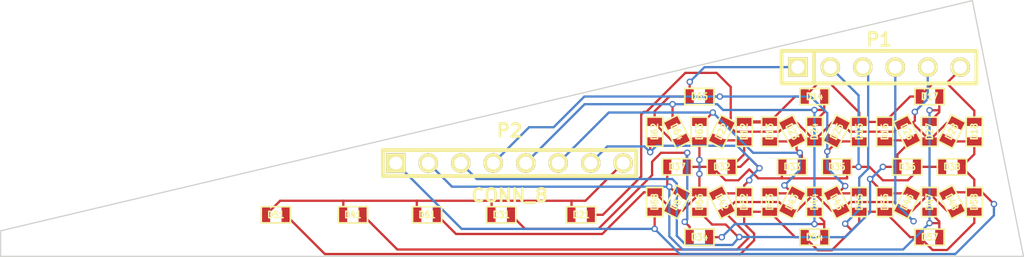
<source format=kicad_pcb>
(kicad_pcb (version 3) (host pcbnew "(2013-mar-13)-testing")

  (general
    (links 94)
    (no_connects 0)
    (area 102.642669 89.033349 182.741571 109.132371)
    (thickness 1.6002)
    (drawings 4)
    (tracks 356)
    (zones 0)
    (modules 49)
    (nets 15)
  )

  (page A4)
  (title_block 
    (title "Ultimate Hacking Keyboard - LED Display Board")
    (rev 3)
    (company "Ultimate Gadget Laboratories Kft.")
  )

  (layers
    (15 Front signal)
    (0 Back signal)
    (16 B.Adhes user)
    (17 F.Adhes user)
    (18 B.Paste user)
    (19 F.Paste user)
    (20 B.SilkS user)
    (21 F.SilkS user)
    (22 B.Mask user)
    (23 F.Mask user)
    (24 Dwgs.User user)
    (25 Cmts.User user)
    (26 Eco1.User user)
    (27 Eco2.User user)
    (28 Edge.Cuts user)
  )

  (setup
    (last_trace_width 0.1778)
    (user_trace_width 0.1778)
    (trace_clearance 0.1778)
    (zone_clearance 0.508)
    (zone_45_only no)
    (trace_min 0.1778)
    (segment_width 0.381)
    (edge_width 0.381)
    (via_size 0.50038)
    (via_drill 0.29972)
    (via_min_size 0.50038)
    (via_min_drill 0.29972)
    (user_via 0.50038 0.29972)
    (uvia_size 0.508)
    (uvia_drill 0.29972)
    (uvias_allowed no)
    (uvia_min_size 0.508)
    (uvia_min_drill 0.127)
    (pcb_text_width 0.3048)
    (pcb_text_size 1.524 2.032)
    (mod_edge_width 0.381)
    (mod_text_size 1.524 1.524)
    (mod_text_width 0.3048)
    (pad_size 1.524 1.524)
    (pad_drill 0.8128)
    (pad_to_mask_clearance 0.254)
    (aux_axis_origin 0 0)
    (visible_elements FFFFFF7F)
    (pcbplotparams
      (layerselection 3178497)
      (usegerberextensions true)
      (excludeedgelayer true)
      (linewidth 60)
      (plotframeref false)
      (viasonmask false)
      (mode 1)
      (useauxorigin false)
      (hpglpennumber 1)
      (hpglpenspeed 20)
      (hpglpendiameter 15)
      (hpglpenoverlay 2)
      (psnegative false)
      (psa4output false)
      (plotreference true)
      (plotvalue true)
      (plotothertext true)
      (plotinvisibletext false)
      (padsonsilk false)
      (subtractmaskfromsilk false)
      (outputformat 1)
      (mirror false)
      (drillshape 1)
      (scaleselection 1)
      (outputdirectory /home/laci/download/))
  )

  (net 0 "")
  (net 1 /COL1)
  (net 2 /COL2)
  (net 3 /COL3)
  (net 4 /COL4)
  (net 5 /COL5)
  (net 6 /COL6)
  (net 7 /COL7)
  (net 8 /COL8)
  (net 9 /ROW1)
  (net 10 /ROW2)
  (net 11 /ROW3)
  (net 12 /ROW4)
  (net 13 /ROW5)
  (net 14 /ROW6)

  (net_class Default "This is the default net class."
    (clearance 0.1778)
    (trace_width 0.1778)
    (via_dia 0.50038)
    (via_drill 0.29972)
    (uvia_dia 0.508)
    (uvia_drill 0.29972)
    (add_net "")
    (add_net /COL1)
    (add_net /COL2)
    (add_net /COL3)
    (add_net /COL4)
    (add_net /COL5)
    (add_net /COL6)
    (add_net /COL7)
    (add_net /COL8)
    (add_net /ROW1)
    (add_net /ROW2)
    (add_net /ROW3)
    (add_net /ROW4)
    (add_net /ROW5)
    (add_net /ROW6)
  )

  (module SM0603 (layer Front) (tedit 4E43A3D1) (tstamp 50185DB7)
    (at 178.8414 104.83342 90)
    (path /5011B8F8)
    (attr smd)
    (fp_text reference D58 (at 0 0 90) (layer F.SilkS)
      (effects (font (size 0.508 0.4572) (thickness 0.1143)))
    )
    (fp_text value DIODE (at 0 0 90) (layer F.SilkS) hide
      (effects (font (size 0.508 0.4572) (thickness 0.1143)))
    )
    (fp_line (start -1.143 -0.635) (end 1.143 -0.635) (layer F.SilkS) (width 0.127))
    (fp_line (start 1.143 -0.635) (end 1.143 0.635) (layer F.SilkS) (width 0.127))
    (fp_line (start 1.143 0.635) (end -1.143 0.635) (layer F.SilkS) (width 0.127))
    (fp_line (start -1.143 0.635) (end -1.143 -0.635) (layer F.SilkS) (width 0.127))
    (pad 1 smd rect (at -0.762 0 90) (size 0.635 1.143)
      (layers Front F.Paste F.Mask)
      (net 13 /ROW5)
    )
    (pad 2 smd rect (at 0.762 0 90) (size 0.635 1.143)
      (layers Front F.Paste F.Mask)
      (net 8 /COL8)
    )
    (model smd\resistors\R0603.wrl
      (at (xyz 0 0 0.001))
      (scale (xyz 0.5 0.5 0.5))
      (rotate (xyz 0 0 0))
    )
  )

  (module SM0603 (layer Front) (tedit 503A9604) (tstamp 5021A012)
    (at 141.84122 105.83164 180)
    (path /5011B84B)
    (attr smd)
    (fp_text reference D31 (at 0 0 180) (layer F.SilkS)
      (effects (font (size 0.508 0.4572) (thickness 0.1143)))
    )
    (fp_text value DIODE (at 0 0 180) (layer F.SilkS) hide
      (effects (font (size 0.508 0.4572) (thickness 0.1143)))
    )
    (fp_line (start -1.143 -0.635) (end 1.143 -0.635) (layer F.SilkS) (width 0.127))
    (fp_line (start 1.143 -0.635) (end 1.143 0.635) (layer F.SilkS) (width 0.127))
    (fp_line (start 1.143 0.635) (end -1.143 0.635) (layer F.SilkS) (width 0.127))
    (fp_line (start -1.143 0.635) (end -1.143 -0.635) (layer F.SilkS) (width 0.127))
    (pad 1 smd rect (at -0.762 0 180) (size 0.635 1.143)
      (layers Front F.Paste F.Mask)
      (net 11 /ROW3)
    )
    (pad 2 smd rect (at 0.762 0 180) (size 0.635 1.143)
      (layers Front F.Paste F.Mask)
      (net 1 /COL1)
    )
    (model smd\resistors\R0603.wrl
      (at (xyz 0 0 0.001))
      (scale (xyz 0.5 0.5 0.5))
      (rotate (xyz 0 0 0))
    )
  )

  (module SM0603 (layer Front) (tedit 4E43A3D1) (tstamp 50185DCB)
    (at 175.34128 107.5817)
    (path /5011B8F2)
    (attr smd)
    (fp_text reference D57 (at 0 0) (layer F.SilkS)
      (effects (font (size 0.508 0.4572) (thickness 0.1143)))
    )
    (fp_text value DIODE (at 0 0) (layer F.SilkS) hide
      (effects (font (size 0.508 0.4572) (thickness 0.1143)))
    )
    (fp_line (start -1.143 -0.635) (end 1.143 -0.635) (layer F.SilkS) (width 0.127))
    (fp_line (start 1.143 -0.635) (end 1.143 0.635) (layer F.SilkS) (width 0.127))
    (fp_line (start 1.143 0.635) (end -1.143 0.635) (layer F.SilkS) (width 0.127))
    (fp_line (start -1.143 0.635) (end -1.143 -0.635) (layer F.SilkS) (width 0.127))
    (pad 1 smd rect (at -0.762 0) (size 0.635 1.143)
      (layers Front F.Paste F.Mask)
      (net 13 /ROW5)
    )
    (pad 2 smd rect (at 0.762 0) (size 0.635 1.143)
      (layers Front F.Paste F.Mask)
      (net 7 /COL7)
    )
    (model smd\resistors\R0603.wrl
      (at (xyz 0 0 0.001))
      (scale (xyz 0.5 0.5 0.5))
      (rotate (xyz 0 0 0))
    )
  )

  (module SM0603 (layer Front) (tedit 503A9613) (tstamp 50185DD5)
    (at 148.09216 105.83164 180)
    (path /5011B80B)
    (attr smd)
    (fp_text reference D21 (at 0 0 180) (layer F.SilkS)
      (effects (font (size 0.508 0.4572) (thickness 0.1143)))
    )
    (fp_text value DIODE (at 0 0 180) (layer F.SilkS) hide
      (effects (font (size 0.508 0.4572) (thickness 0.1143)))
    )
    (fp_line (start -1.143 -0.635) (end 1.143 -0.635) (layer F.SilkS) (width 0.127))
    (fp_line (start 1.143 -0.635) (end 1.143 0.635) (layer F.SilkS) (width 0.127))
    (fp_line (start 1.143 0.635) (end -1.143 0.635) (layer F.SilkS) (width 0.127))
    (fp_line (start -1.143 0.635) (end -1.143 -0.635) (layer F.SilkS) (width 0.127))
    (pad 1 smd rect (at -0.762 0 180) (size 0.635 1.143)
      (layers Front F.Paste F.Mask)
      (net 10 /ROW2)
    )
    (pad 2 smd rect (at 0.762 0 180) (size 0.635 1.143)
      (layers Front F.Paste F.Mask)
      (net 1 /COL1)
    )
    (model smd\resistors\R0603.wrl
      (at (xyz 0 0 0.001))
      (scale (xyz 0.5 0.5 0.5))
      (rotate (xyz 0 0 0))
    )
  )

  (module SM0603 (layer Front) (tedit 4E43A3D1) (tstamp 5021B133)
    (at 162.84194 99.33178 270)
    (path /5011B526)
    (attr smd)
    (fp_text reference D13 (at 0 0 270) (layer F.SilkS)
      (effects (font (size 0.508 0.4572) (thickness 0.1143)))
    )
    (fp_text value DIODE (at 0 0 270) (layer F.SilkS) hide
      (effects (font (size 0.508 0.4572) (thickness 0.1143)))
    )
    (fp_line (start -1.143 -0.635) (end 1.143 -0.635) (layer F.SilkS) (width 0.127))
    (fp_line (start 1.143 -0.635) (end 1.143 0.635) (layer F.SilkS) (width 0.127))
    (fp_line (start 1.143 0.635) (end -1.143 0.635) (layer F.SilkS) (width 0.127))
    (fp_line (start -1.143 0.635) (end -1.143 -0.635) (layer F.SilkS) (width 0.127))
    (pad 1 smd rect (at -0.762 0 270) (size 0.635 1.143)
      (layers Front F.Paste F.Mask)
      (net 9 /ROW1)
    )
    (pad 2 smd rect (at 0.762 0 270) (size 0.635 1.143)
      (layers Front F.Paste F.Mask)
      (net 3 /COL3)
    )
    (model smd\resistors\R0603.wrl
      (at (xyz 0 0 0.001))
      (scale (xyz 0.5 0.5 0.5))
      (rotate (xyz 0 0 0))
    )
  )

  (module SM0603 (layer Front) (tedit 4E43A3D1) (tstamp 50185DE9)
    (at 171.84116 104.83342 90)
    (path /5011B8EC)
    (attr smd)
    (fp_text reference D56 (at 0 0 90) (layer F.SilkS)
      (effects (font (size 0.508 0.4572) (thickness 0.1143)))
    )
    (fp_text value DIODE (at 0 0 90) (layer F.SilkS) hide
      (effects (font (size 0.508 0.4572) (thickness 0.1143)))
    )
    (fp_line (start -1.143 -0.635) (end 1.143 -0.635) (layer F.SilkS) (width 0.127))
    (fp_line (start 1.143 -0.635) (end 1.143 0.635) (layer F.SilkS) (width 0.127))
    (fp_line (start 1.143 0.635) (end -1.143 0.635) (layer F.SilkS) (width 0.127))
    (fp_line (start -1.143 0.635) (end -1.143 -0.635) (layer F.SilkS) (width 0.127))
    (pad 1 smd rect (at -0.762 0 90) (size 0.635 1.143)
      (layers Front F.Paste F.Mask)
      (net 13 /ROW5)
    )
    (pad 2 smd rect (at 0.762 0 90) (size 0.635 1.143)
      (layers Front F.Paste F.Mask)
      (net 6 /COL6)
    )
    (model smd\resistors\R0603.wrl
      (at (xyz 0 0 0.001))
      (scale (xyz 0.5 0.5 0.5))
      (rotate (xyz 0 0 0))
    )
  )

  (module SM0603 (layer Front) (tedit 4E43A3D1) (tstamp 50185DF3)
    (at 169.84218 104.83342 90)
    (path /5011B8E6)
    (attr smd)
    (fp_text reference D55 (at 0 0 90) (layer F.SilkS)
      (effects (font (size 0.508 0.4572) (thickness 0.1143)))
    )
    (fp_text value DIODE (at 0 0 90) (layer F.SilkS) hide
      (effects (font (size 0.508 0.4572) (thickness 0.1143)))
    )
    (fp_line (start -1.143 -0.635) (end 1.143 -0.635) (layer F.SilkS) (width 0.127))
    (fp_line (start 1.143 -0.635) (end 1.143 0.635) (layer F.SilkS) (width 0.127))
    (fp_line (start 1.143 0.635) (end -1.143 0.635) (layer F.SilkS) (width 0.127))
    (fp_line (start -1.143 0.635) (end -1.143 -0.635) (layer F.SilkS) (width 0.127))
    (pad 1 smd rect (at -0.762 0 90) (size 0.635 1.143)
      (layers Front F.Paste F.Mask)
      (net 13 /ROW5)
    )
    (pad 2 smd rect (at 0.762 0 90) (size 0.635 1.143)
      (layers Front F.Paste F.Mask)
      (net 5 /COL5)
    )
    (model smd\resistors\R0603.wrl
      (at (xyz 0 0 0.001))
      (scale (xyz 0.5 0.5 0.5))
      (rotate (xyz 0 0 0))
    )
  )

  (module SM0603 (layer Front) (tedit 4E43A3D1) (tstamp 50185DFD)
    (at 166.34206 107.5817)
    (path /5011B8E0)
    (attr smd)
    (fp_text reference D54 (at 0 0) (layer F.SilkS)
      (effects (font (size 0.508 0.4572) (thickness 0.1143)))
    )
    (fp_text value DIODE (at 0 0) (layer F.SilkS) hide
      (effects (font (size 0.508 0.4572) (thickness 0.1143)))
    )
    (fp_line (start -1.143 -0.635) (end 1.143 -0.635) (layer F.SilkS) (width 0.127))
    (fp_line (start 1.143 -0.635) (end 1.143 0.635) (layer F.SilkS) (width 0.127))
    (fp_line (start 1.143 0.635) (end -1.143 0.635) (layer F.SilkS) (width 0.127))
    (fp_line (start -1.143 0.635) (end -1.143 -0.635) (layer F.SilkS) (width 0.127))
    (pad 1 smd rect (at -0.762 0) (size 0.635 1.143)
      (layers Front F.Paste F.Mask)
      (net 13 /ROW5)
    )
    (pad 2 smd rect (at 0.762 0) (size 0.635 1.143)
      (layers Front F.Paste F.Mask)
      (net 4 /COL4)
    )
    (model smd\resistors\R0603.wrl
      (at (xyz 0 0 0.001))
      (scale (xyz 0.5 0.5 0.5))
      (rotate (xyz 0 0 0))
    )
  )

  (module SM0603 (layer Front) (tedit 4E43A3D1) (tstamp 50185E07)
    (at 162.84194 104.83342 90)
    (path /5011B8DA)
    (attr smd)
    (fp_text reference D53 (at 0 0 90) (layer F.SilkS)
      (effects (font (size 0.508 0.4572) (thickness 0.1143)))
    )
    (fp_text value DIODE (at 0 0 90) (layer F.SilkS) hide
      (effects (font (size 0.508 0.4572) (thickness 0.1143)))
    )
    (fp_line (start -1.143 -0.635) (end 1.143 -0.635) (layer F.SilkS) (width 0.127))
    (fp_line (start 1.143 -0.635) (end 1.143 0.635) (layer F.SilkS) (width 0.127))
    (fp_line (start 1.143 0.635) (end -1.143 0.635) (layer F.SilkS) (width 0.127))
    (fp_line (start -1.143 0.635) (end -1.143 -0.635) (layer F.SilkS) (width 0.127))
    (pad 1 smd rect (at -0.762 0 90) (size 0.635 1.143)
      (layers Front F.Paste F.Mask)
      (net 13 /ROW5)
    )
    (pad 2 smd rect (at 0.762 0 90) (size 0.635 1.143)
      (layers Front F.Paste F.Mask)
      (net 3 /COL3)
    )
    (model smd\resistors\R0603.wrl
      (at (xyz 0 0 0.001))
      (scale (xyz 0.5 0.5 0.5))
      (rotate (xyz 0 0 0))
    )
  )

  (module SM0603 (layer Front) (tedit 503A95F6) (tstamp 50185E11)
    (at 136.0424 105.83164 180)
    (path /5011B90B)
    (attr smd)
    (fp_text reference D61 (at 0 0 180) (layer F.SilkS)
      (effects (font (size 0.508 0.4572) (thickness 0.1143)))
    )
    (fp_text value DIODE (at 0 0 180) (layer F.SilkS) hide
      (effects (font (size 0.508 0.4572) (thickness 0.1143)))
    )
    (fp_line (start -1.143 -0.635) (end 1.143 -0.635) (layer F.SilkS) (width 0.127))
    (fp_line (start 1.143 -0.635) (end 1.143 0.635) (layer F.SilkS) (width 0.127))
    (fp_line (start 1.143 0.635) (end -1.143 0.635) (layer F.SilkS) (width 0.127))
    (fp_line (start -1.143 0.635) (end -1.143 -0.635) (layer F.SilkS) (width 0.127))
    (pad 1 smd rect (at -0.762 0 180) (size 0.635 1.143)
      (layers Front F.Paste F.Mask)
      (net 14 /ROW6)
    )
    (pad 2 smd rect (at 0.762 0 180) (size 0.635 1.143)
      (layers Front F.Paste F.Mask)
      (net 1 /COL1)
    )
    (model smd\resistors\R0603.wrl
      (at (xyz 0 0 0.001))
      (scale (xyz 0.5 0.5 0.5))
      (rotate (xyz 0 0 0))
    )
  )

  (module SM0603 (layer Front) (tedit 503A949B) (tstamp 50185E1B)
    (at 155.59278 104.83342 62.9)
    (path /5011B932)
    (attr smd)
    (fp_text reference D67 (at 0 0 62.9) (layer F.SilkS)
      (effects (font (size 0.508 0.4572) (thickness 0.1143)))
    )
    (fp_text value DIODE (at 0 0 62.9) (layer F.SilkS) hide
      (effects (font (size 0.508 0.4572) (thickness 0.1143)))
    )
    (fp_line (start -1.143 -0.635) (end 1.143 -0.635) (layer F.SilkS) (width 0.127))
    (fp_line (start 1.143 -0.635) (end 1.143 0.635) (layer F.SilkS) (width 0.127))
    (fp_line (start 1.143 0.635) (end -1.143 0.635) (layer F.SilkS) (width 0.127))
    (fp_line (start -1.143 0.635) (end -1.143 -0.635) (layer F.SilkS) (width 0.127))
    (pad 1 smd rect (at -0.762 0 62.9) (size 0.635 1.143)
      (layers Front F.Paste F.Mask)
      (net 14 /ROW6)
    )
    (pad 2 smd rect (at 0.762 0 62.9) (size 0.635 1.143)
      (layers Front F.Paste F.Mask)
      (net 7 /COL7)
    )
    (model smd\resistors\R0603.wrl
      (at (xyz 0 0 0.001))
      (scale (xyz 0.5 0.5 0.5))
      (rotate (xyz 0 0 0))
    )
  )

  (module SM0603 (layer Front) (tedit 503A95EC) (tstamp 50185E25)
    (at 130.24104 105.83164 180)
    (path /5011B88B)
    (attr smd)
    (fp_text reference D41 (at 0 0 180) (layer F.SilkS)
      (effects (font (size 0.508 0.4572) (thickness 0.1143)))
    )
    (fp_text value DIODE (at 0 0 180) (layer F.SilkS) hide
      (effects (font (size 0.508 0.4572) (thickness 0.1143)))
    )
    (fp_line (start -1.143 -0.635) (end 1.143 -0.635) (layer F.SilkS) (width 0.127))
    (fp_line (start 1.143 -0.635) (end 1.143 0.635) (layer F.SilkS) (width 0.127))
    (fp_line (start 1.143 0.635) (end -1.143 0.635) (layer F.SilkS) (width 0.127))
    (fp_line (start -1.143 0.635) (end -1.143 -0.635) (layer F.SilkS) (width 0.127))
    (pad 1 smd rect (at -0.762 0 180) (size 0.635 1.143)
      (layers Front F.Paste F.Mask)
      (net 12 /ROW4)
    )
    (pad 2 smd rect (at 0.762 0 180) (size 0.635 1.143)
      (layers Front F.Paste F.Mask)
      (net 1 /COL1)
    )
    (model smd\resistors\R0603.wrl
      (at (xyz 0 0 0.001))
      (scale (xyz 0.5 0.5 0.5))
      (rotate (xyz 0 0 0))
    )
  )

  (module SM0603 (layer Front) (tedit 503A95E3) (tstamp 50185E2F)
    (at 124.21616 105.83164 180)
    (path /5011B8CB)
    (attr smd)
    (fp_text reference D51 (at 0 0 180) (layer F.SilkS)
      (effects (font (size 0.508 0.4572) (thickness 0.1143)))
    )
    (fp_text value DIODE (at 0 0 180) (layer F.SilkS) hide
      (effects (font (size 0.508 0.4572) (thickness 0.1143)))
    )
    (fp_line (start -1.143 -0.635) (end 1.143 -0.635) (layer F.SilkS) (width 0.127))
    (fp_line (start 1.143 -0.635) (end 1.143 0.635) (layer F.SilkS) (width 0.127))
    (fp_line (start 1.143 0.635) (end -1.143 0.635) (layer F.SilkS) (width 0.127))
    (fp_line (start -1.143 0.635) (end -1.143 -0.635) (layer F.SilkS) (width 0.127))
    (pad 1 smd rect (at -0.762 0 180) (size 0.635 1.143)
      (layers Front F.Paste F.Mask)
      (net 13 /ROW5)
    )
    (pad 2 smd rect (at 0.762 0 180) (size 0.635 1.143)
      (layers Front F.Paste F.Mask)
      (net 1 /COL1)
    )
    (model smd\resistors\R0603.wrl
      (at (xyz 0 0 0.001))
      (scale (xyz 0.5 0.5 0.5))
      (rotate (xyz 0 0 0))
    )
  )

  (module SM0603 (layer Front) (tedit 503A942E) (tstamp 503B42FC)
    (at 153.84272 104.83342 270)
    (path /503AA6C3)
    (attr smd)
    (fp_text reference D68 (at 0 0 270) (layer F.SilkS)
      (effects (font (size 0.508 0.4572) (thickness 0.1143)))
    )
    (fp_text value DIODE (at 0 0 270) (layer F.SilkS) hide
      (effects (font (size 0.508 0.4572) (thickness 0.1143)))
    )
    (fp_line (start -1.143 -0.635) (end 1.143 -0.635) (layer F.SilkS) (width 0.127))
    (fp_line (start 1.143 -0.635) (end 1.143 0.635) (layer F.SilkS) (width 0.127))
    (fp_line (start 1.143 0.635) (end -1.143 0.635) (layer F.SilkS) (width 0.127))
    (fp_line (start -1.143 0.635) (end -1.143 -0.635) (layer F.SilkS) (width 0.127))
    (pad 1 smd rect (at -0.762 0 270) (size 0.635 1.143)
      (layers Front F.Paste F.Mask)
      (net 14 /ROW6)
    )
    (pad 2 smd rect (at 0.762 0 270) (size 0.635 1.143)
      (layers Front F.Paste F.Mask)
      (net 8 /COL8)
    )
    (model smd\resistors\R0603.wrl
      (at (xyz 0 0 0.001))
      (scale (xyz 0.5 0.5 0.5))
      (rotate (xyz 0 0 0))
    )
  )

  (module SM0603 (layer Front) (tedit 503A93B4) (tstamp 50185E4D)
    (at 157.34284 96.5835)
    (path /5011B926)
    (attr smd)
    (fp_text reference D65 (at 0 0) (layer F.SilkS)
      (effects (font (size 0.508 0.4572) (thickness 0.1143)))
    )
    (fp_text value DIODE (at 0 0) (layer F.SilkS) hide
      (effects (font (size 0.508 0.4572) (thickness 0.1143)))
    )
    (fp_line (start -1.143 -0.635) (end 1.143 -0.635) (layer F.SilkS) (width 0.127))
    (fp_line (start 1.143 -0.635) (end 1.143 0.635) (layer F.SilkS) (width 0.127))
    (fp_line (start 1.143 0.635) (end -1.143 0.635) (layer F.SilkS) (width 0.127))
    (fp_line (start -1.143 0.635) (end -1.143 -0.635) (layer F.SilkS) (width 0.127))
    (pad 1 smd rect (at -0.762 0) (size 0.635 1.143)
      (layers Front F.Paste F.Mask)
      (net 14 /ROW6)
    )
    (pad 2 smd rect (at 0.762 0) (size 0.635 1.143)
      (layers Front F.Paste F.Mask)
      (net 5 /COL5)
    )
    (model smd\resistors\R0603.wrl
      (at (xyz 0 0 0.001))
      (scale (xyz 0.5 0.5 0.5))
      (rotate (xyz 0 0 0))
    )
  )

  (module SM0603 (layer Front) (tedit 4E43A3D1) (tstamp 50185E57)
    (at 160.84296 99.33178 270)
    (path /5011B49B)
    (attr smd)
    (fp_text reference D12 (at 0 0 270) (layer F.SilkS)
      (effects (font (size 0.508 0.4572) (thickness 0.1143)))
    )
    (fp_text value DIODE (at 0 0 270) (layer F.SilkS) hide
      (effects (font (size 0.508 0.4572) (thickness 0.1143)))
    )
    (fp_line (start -1.143 -0.635) (end 1.143 -0.635) (layer F.SilkS) (width 0.127))
    (fp_line (start 1.143 -0.635) (end 1.143 0.635) (layer F.SilkS) (width 0.127))
    (fp_line (start 1.143 0.635) (end -1.143 0.635) (layer F.SilkS) (width 0.127))
    (fp_line (start -1.143 0.635) (end -1.143 -0.635) (layer F.SilkS) (width 0.127))
    (pad 1 smd rect (at -0.762 0 270) (size 0.635 1.143)
      (layers Front F.Paste F.Mask)
      (net 9 /ROW1)
    )
    (pad 2 smd rect (at 0.762 0 270) (size 0.635 1.143)
      (layers Front F.Paste F.Mask)
      (net 2 /COL2)
    )
    (model smd\resistors\R0603.wrl
      (at (xyz 0 0 0.001))
      (scale (xyz 0.5 0.5 0.5))
      (rotate (xyz 0 0 0))
    )
  )

  (module SM0603 (layer Front) (tedit 503A9411) (tstamp 50185E61)
    (at 155.59278 102.0826 180)
    (path /5011B872)
    (attr smd)
    (fp_text reference D37 (at 0 0 180) (layer F.SilkS)
      (effects (font (size 0.508 0.4572) (thickness 0.1143)))
    )
    (fp_text value DIODE (at 0 0 180) (layer F.SilkS) hide
      (effects (font (size 0.508 0.4572) (thickness 0.1143)))
    )
    (fp_line (start -1.143 -0.635) (end 1.143 -0.635) (layer F.SilkS) (width 0.127))
    (fp_line (start 1.143 -0.635) (end 1.143 0.635) (layer F.SilkS) (width 0.127))
    (fp_line (start 1.143 0.635) (end -1.143 0.635) (layer F.SilkS) (width 0.127))
    (fp_line (start -1.143 0.635) (end -1.143 -0.635) (layer F.SilkS) (width 0.127))
    (pad 1 smd rect (at -0.762 0 180) (size 0.635 1.143)
      (layers Front F.Paste F.Mask)
      (net 11 /ROW3)
    )
    (pad 2 smd rect (at 0.762 0 180) (size 0.635 1.143)
      (layers Front F.Paste F.Mask)
      (net 7 /COL7)
    )
    (model smd\resistors\R0603.wrl
      (at (xyz 0 0 0.001))
      (scale (xyz 0.5 0.5 0.5))
      (rotate (xyz 0 0 0))
    )
  )

  (module SM0603 (layer Front) (tedit 4E43A3D1) (tstamp 50185E6B)
    (at 166.34206 96.5835)
    (path /5011B539)
    (attr smd)
    (fp_text reference D14 (at 0 0) (layer F.SilkS)
      (effects (font (size 0.508 0.4572) (thickness 0.1143)))
    )
    (fp_text value DIODE (at 0 0) (layer F.SilkS) hide
      (effects (font (size 0.508 0.4572) (thickness 0.1143)))
    )
    (fp_line (start -1.143 -0.635) (end 1.143 -0.635) (layer F.SilkS) (width 0.127))
    (fp_line (start 1.143 -0.635) (end 1.143 0.635) (layer F.SilkS) (width 0.127))
    (fp_line (start 1.143 0.635) (end -1.143 0.635) (layer F.SilkS) (width 0.127))
    (fp_line (start -1.143 0.635) (end -1.143 -0.635) (layer F.SilkS) (width 0.127))
    (pad 1 smd rect (at -0.762 0) (size 0.635 1.143)
      (layers Front F.Paste F.Mask)
      (net 9 /ROW1)
    )
    (pad 2 smd rect (at 0.762 0) (size 0.635 1.143)
      (layers Front F.Paste F.Mask)
      (net 4 /COL4)
    )
    (model smd\resistors\R0603.wrl
      (at (xyz 0 0 0.001))
      (scale (xyz 0.5 0.5 0.5))
      (rotate (xyz 0 0 0))
    )
  )

  (module SM0603 (layer Front) (tedit 4E43A3D1) (tstamp 50185E75)
    (at 169.84218 99.33178 270)
    (path /5011B53F)
    (attr smd)
    (fp_text reference D15 (at 0 0 270) (layer F.SilkS)
      (effects (font (size 0.508 0.4572) (thickness 0.1143)))
    )
    (fp_text value DIODE (at 0 0 270) (layer F.SilkS) hide
      (effects (font (size 0.508 0.4572) (thickness 0.1143)))
    )
    (fp_line (start -1.143 -0.635) (end 1.143 -0.635) (layer F.SilkS) (width 0.127))
    (fp_line (start 1.143 -0.635) (end 1.143 0.635) (layer F.SilkS) (width 0.127))
    (fp_line (start 1.143 0.635) (end -1.143 0.635) (layer F.SilkS) (width 0.127))
    (fp_line (start -1.143 0.635) (end -1.143 -0.635) (layer F.SilkS) (width 0.127))
    (pad 1 smd rect (at -0.762 0 270) (size 0.635 1.143)
      (layers Front F.Paste F.Mask)
      (net 9 /ROW1)
    )
    (pad 2 smd rect (at 0.762 0 270) (size 0.635 1.143)
      (layers Front F.Paste F.Mask)
      (net 5 /COL5)
    )
    (model smd\resistors\R0603.wrl
      (at (xyz 0 0 0.001))
      (scale (xyz 0.5 0.5 0.5))
      (rotate (xyz 0 0 0))
    )
  )

  (module SM0603 (layer Front) (tedit 4E43A3D1) (tstamp 50185E7F)
    (at 171.84116 99.33178 270)
    (path /5011B545)
    (attr smd)
    (fp_text reference D16 (at 0 0 270) (layer F.SilkS)
      (effects (font (size 0.508 0.4572) (thickness 0.1143)))
    )
    (fp_text value DIODE (at 0 0 270) (layer F.SilkS) hide
      (effects (font (size 0.508 0.4572) (thickness 0.1143)))
    )
    (fp_line (start -1.143 -0.635) (end 1.143 -0.635) (layer F.SilkS) (width 0.127))
    (fp_line (start 1.143 -0.635) (end 1.143 0.635) (layer F.SilkS) (width 0.127))
    (fp_line (start 1.143 0.635) (end -1.143 0.635) (layer F.SilkS) (width 0.127))
    (fp_line (start -1.143 0.635) (end -1.143 -0.635) (layer F.SilkS) (width 0.127))
    (pad 1 smd rect (at -0.762 0 270) (size 0.635 1.143)
      (layers Front F.Paste F.Mask)
      (net 9 /ROW1)
    )
    (pad 2 smd rect (at 0.762 0 270) (size 0.635 1.143)
      (layers Front F.Paste F.Mask)
      (net 6 /COL6)
    )
    (model smd\resistors\R0603.wrl
      (at (xyz 0 0 0.001))
      (scale (xyz 0.5 0.5 0.5))
      (rotate (xyz 0 0 0))
    )
  )

  (module SM0603 (layer Front) (tedit 4E43A3D1) (tstamp 50185E89)
    (at 175.34128 96.5835)
    (path /5011B54B)
    (attr smd)
    (fp_text reference D17 (at 0 0) (layer F.SilkS)
      (effects (font (size 0.508 0.4572) (thickness 0.1143)))
    )
    (fp_text value DIODE (at 0 0) (layer F.SilkS) hide
      (effects (font (size 0.508 0.4572) (thickness 0.1143)))
    )
    (fp_line (start -1.143 -0.635) (end 1.143 -0.635) (layer F.SilkS) (width 0.127))
    (fp_line (start 1.143 -0.635) (end 1.143 0.635) (layer F.SilkS) (width 0.127))
    (fp_line (start 1.143 0.635) (end -1.143 0.635) (layer F.SilkS) (width 0.127))
    (fp_line (start -1.143 0.635) (end -1.143 -0.635) (layer F.SilkS) (width 0.127))
    (pad 1 smd rect (at -0.762 0) (size 0.635 1.143)
      (layers Front F.Paste F.Mask)
      (net 9 /ROW1)
    )
    (pad 2 smd rect (at 0.762 0) (size 0.635 1.143)
      (layers Front F.Paste F.Mask)
      (net 7 /COL7)
    )
    (model smd\resistors\R0603.wrl
      (at (xyz 0 0 0.001))
      (scale (xyz 0.5 0.5 0.5))
      (rotate (xyz 0 0 0))
    )
  )

  (module SM0603 (layer Front) (tedit 4E43A3D1) (tstamp 50185E93)
    (at 178.8414 99.33178 270)
    (path /5011B551)
    (attr smd)
    (fp_text reference D18 (at 0 0 270) (layer F.SilkS)
      (effects (font (size 0.508 0.4572) (thickness 0.1143)))
    )
    (fp_text value DIODE (at 0 0 270) (layer F.SilkS) hide
      (effects (font (size 0.508 0.4572) (thickness 0.1143)))
    )
    (fp_line (start -1.143 -0.635) (end 1.143 -0.635) (layer F.SilkS) (width 0.127))
    (fp_line (start 1.143 -0.635) (end 1.143 0.635) (layer F.SilkS) (width 0.127))
    (fp_line (start 1.143 0.635) (end -1.143 0.635) (layer F.SilkS) (width 0.127))
    (fp_line (start -1.143 0.635) (end -1.143 -0.635) (layer F.SilkS) (width 0.127))
    (pad 1 smd rect (at -0.762 0 270) (size 0.635 1.143)
      (layers Front F.Paste F.Mask)
      (net 9 /ROW1)
    )
    (pad 2 smd rect (at 0.762 0 270) (size 0.635 1.143)
      (layers Front F.Paste F.Mask)
      (net 8 /COL8)
    )
    (model smd\resistors\R0603.wrl
      (at (xyz 0 0 0.001))
      (scale (xyz 0.5 0.5 0.5))
      (rotate (xyz 0 0 0))
    )
  )

  (module SM0603 (layer Front) (tedit 503A93EB) (tstamp 50185E9D)
    (at 157.34284 99.33178 90)
    (path /5011B91A)
    (attr smd)
    (fp_text reference D63 (at 0 0 90) (layer F.SilkS)
      (effects (font (size 0.508 0.4572) (thickness 0.1143)))
    )
    (fp_text value DIODE (at 0 0 90) (layer F.SilkS) hide
      (effects (font (size 0.508 0.4572) (thickness 0.1143)))
    )
    (fp_line (start -1.143 -0.635) (end 1.143 -0.635) (layer F.SilkS) (width 0.127))
    (fp_line (start 1.143 -0.635) (end 1.143 0.635) (layer F.SilkS) (width 0.127))
    (fp_line (start 1.143 0.635) (end -1.143 0.635) (layer F.SilkS) (width 0.127))
    (fp_line (start -1.143 0.635) (end -1.143 -0.635) (layer F.SilkS) (width 0.127))
    (pad 1 smd rect (at -0.762 0 90) (size 0.635 1.143)
      (layers Front F.Paste F.Mask)
      (net 14 /ROW6)
    )
    (pad 2 smd rect (at 0.762 0 90) (size 0.635 1.143)
      (layers Front F.Paste F.Mask)
      (net 3 /COL3)
    )
    (model smd\resistors\R0603.wrl
      (at (xyz 0 0 0.001))
      (scale (xyz 0.5 0.5 0.5))
      (rotate (xyz 0 0 0))
    )
  )

  (module SM0603 (layer Front) (tedit 4E43A3D1) (tstamp 50185EA7)
    (at 159.0929 99.33178 242.9)
    (path /5011B812)
    (attr smd)
    (fp_text reference D22 (at 0 0 242.9) (layer F.SilkS)
      (effects (font (size 0.508 0.4572) (thickness 0.1143)))
    )
    (fp_text value DIODE (at 0 0 242.9) (layer F.SilkS) hide
      (effects (font (size 0.508 0.4572) (thickness 0.1143)))
    )
    (fp_line (start -1.143 -0.635) (end 1.143 -0.635) (layer F.SilkS) (width 0.127))
    (fp_line (start 1.143 -0.635) (end 1.143 0.635) (layer F.SilkS) (width 0.127))
    (fp_line (start 1.143 0.635) (end -1.143 0.635) (layer F.SilkS) (width 0.127))
    (fp_line (start -1.143 0.635) (end -1.143 -0.635) (layer F.SilkS) (width 0.127))
    (pad 1 smd rect (at -0.762 0 242.9) (size 0.635 1.143)
      (layers Front F.Paste F.Mask)
      (net 10 /ROW2)
    )
    (pad 2 smd rect (at 0.762 0 242.9) (size 0.635 1.143)
      (layers Front F.Paste F.Mask)
      (net 2 /COL2)
    )
    (model smd\resistors\R0603.wrl
      (at (xyz 0 0 0.001))
      (scale (xyz 0.5 0.5 0.5))
      (rotate (xyz 0 0 0))
    )
  )

  (module SM0603 (layer Front) (tedit 4E43A3D1) (tstamp 501C571B)
    (at 164.592 99.33178 297.1)
    (path /5011B81A)
    (attr smd)
    (fp_text reference D23 (at 0 0 297.1) (layer F.SilkS)
      (effects (font (size 0.508 0.4572) (thickness 0.1143)))
    )
    (fp_text value DIODE (at 0 0 297.1) (layer F.SilkS) hide
      (effects (font (size 0.508 0.4572) (thickness 0.1143)))
    )
    (fp_line (start -1.143 -0.635) (end 1.143 -0.635) (layer F.SilkS) (width 0.127))
    (fp_line (start 1.143 -0.635) (end 1.143 0.635) (layer F.SilkS) (width 0.127))
    (fp_line (start 1.143 0.635) (end -1.143 0.635) (layer F.SilkS) (width 0.127))
    (fp_line (start -1.143 0.635) (end -1.143 -0.635) (layer F.SilkS) (width 0.127))
    (pad 1 smd rect (at -0.762 0 297.1) (size 0.635 1.143)
      (layers Front F.Paste F.Mask)
      (net 10 /ROW2)
    )
    (pad 2 smd rect (at 0.762 0 297.1) (size 0.635 1.143)
      (layers Front F.Paste F.Mask)
      (net 3 /COL3)
    )
    (model smd\resistors\R0603.wrl
      (at (xyz 0 0 0.001))
      (scale (xyz 0.5 0.5 0.5))
      (rotate (xyz 0 0 0))
    )
  )

  (module SM0603 (layer Front) (tedit 4E43A3D1) (tstamp 50185EBB)
    (at 166.34206 99.33178 90)
    (path /5011B820)
    (attr smd)
    (fp_text reference D24 (at 0 0 90) (layer F.SilkS)
      (effects (font (size 0.508 0.4572) (thickness 0.1143)))
    )
    (fp_text value DIODE (at 0 0 90) (layer F.SilkS) hide
      (effects (font (size 0.508 0.4572) (thickness 0.1143)))
    )
    (fp_line (start -1.143 -0.635) (end 1.143 -0.635) (layer F.SilkS) (width 0.127))
    (fp_line (start 1.143 -0.635) (end 1.143 0.635) (layer F.SilkS) (width 0.127))
    (fp_line (start 1.143 0.635) (end -1.143 0.635) (layer F.SilkS) (width 0.127))
    (fp_line (start -1.143 0.635) (end -1.143 -0.635) (layer F.SilkS) (width 0.127))
    (pad 1 smd rect (at -0.762 0 90) (size 0.635 1.143)
      (layers Front F.Paste F.Mask)
      (net 10 /ROW2)
    )
    (pad 2 smd rect (at 0.762 0 90) (size 0.635 1.143)
      (layers Front F.Paste F.Mask)
      (net 4 /COL4)
    )
    (model smd\resistors\R0603.wrl
      (at (xyz 0 0 0.001))
      (scale (xyz 0.5 0.5 0.5))
      (rotate (xyz 0 0 0))
    )
  )

  (module SM0603 (layer Front) (tedit 4E43A3D1) (tstamp 50185EC5)
    (at 168.09212 99.33178 242.9)
    (path /5011B826)
    (attr smd)
    (fp_text reference D25 (at 0 0 242.9) (layer F.SilkS)
      (effects (font (size 0.508 0.4572) (thickness 0.1143)))
    )
    (fp_text value DIODE (at 0 0 242.9) (layer F.SilkS) hide
      (effects (font (size 0.508 0.4572) (thickness 0.1143)))
    )
    (fp_line (start -1.143 -0.635) (end 1.143 -0.635) (layer F.SilkS) (width 0.127))
    (fp_line (start 1.143 -0.635) (end 1.143 0.635) (layer F.SilkS) (width 0.127))
    (fp_line (start 1.143 0.635) (end -1.143 0.635) (layer F.SilkS) (width 0.127))
    (fp_line (start -1.143 0.635) (end -1.143 -0.635) (layer F.SilkS) (width 0.127))
    (pad 1 smd rect (at -0.762 0 242.9) (size 0.635 1.143)
      (layers Front F.Paste F.Mask)
      (net 10 /ROW2)
    )
    (pad 2 smd rect (at 0.762 0 242.9) (size 0.635 1.143)
      (layers Front F.Paste F.Mask)
      (net 5 /COL5)
    )
    (model smd\resistors\R0603.wrl
      (at (xyz 0 0 0.001))
      (scale (xyz 0.5 0.5 0.5))
      (rotate (xyz 0 0 0))
    )
  )

  (module SM0603 (layer Front) (tedit 4E43A3D1) (tstamp 50185ECF)
    (at 173.59122 99.33178 297.1)
    (path /5011B82C)
    (attr smd)
    (fp_text reference D26 (at 0 0 297.1) (layer F.SilkS)
      (effects (font (size 0.508 0.4572) (thickness 0.1143)))
    )
    (fp_text value DIODE (at 0 0 297.1) (layer F.SilkS) hide
      (effects (font (size 0.508 0.4572) (thickness 0.1143)))
    )
    (fp_line (start -1.143 -0.635) (end 1.143 -0.635) (layer F.SilkS) (width 0.127))
    (fp_line (start 1.143 -0.635) (end 1.143 0.635) (layer F.SilkS) (width 0.127))
    (fp_line (start 1.143 0.635) (end -1.143 0.635) (layer F.SilkS) (width 0.127))
    (fp_line (start -1.143 0.635) (end -1.143 -0.635) (layer F.SilkS) (width 0.127))
    (pad 1 smd rect (at -0.762 0 297.1) (size 0.635 1.143)
      (layers Front F.Paste F.Mask)
      (net 10 /ROW2)
    )
    (pad 2 smd rect (at 0.762 0 297.1) (size 0.635 1.143)
      (layers Front F.Paste F.Mask)
      (net 6 /COL6)
    )
    (model smd\resistors\R0603.wrl
      (at (xyz 0 0 0.001))
      (scale (xyz 0.5 0.5 0.5))
      (rotate (xyz 0 0 0))
    )
  )

  (module SM0603 (layer Front) (tedit 4E43A3D1) (tstamp 50185ED9)
    (at 175.34128 99.33178 90)
    (path /5011B832)
    (attr smd)
    (fp_text reference D27 (at 0 0 90) (layer F.SilkS)
      (effects (font (size 0.508 0.4572) (thickness 0.1143)))
    )
    (fp_text value DIODE (at 0 0 90) (layer F.SilkS) hide
      (effects (font (size 0.508 0.4572) (thickness 0.1143)))
    )
    (fp_line (start -1.143 -0.635) (end 1.143 -0.635) (layer F.SilkS) (width 0.127))
    (fp_line (start 1.143 -0.635) (end 1.143 0.635) (layer F.SilkS) (width 0.127))
    (fp_line (start 1.143 0.635) (end -1.143 0.635) (layer F.SilkS) (width 0.127))
    (fp_line (start -1.143 0.635) (end -1.143 -0.635) (layer F.SilkS) (width 0.127))
    (pad 1 smd rect (at -0.762 0 90) (size 0.635 1.143)
      (layers Front F.Paste F.Mask)
      (net 10 /ROW2)
    )
    (pad 2 smd rect (at 0.762 0 90) (size 0.635 1.143)
      (layers Front F.Paste F.Mask)
      (net 7 /COL7)
    )
    (model smd\resistors\R0603.wrl
      (at (xyz 0 0 0.001))
      (scale (xyz 0.5 0.5 0.5))
      (rotate (xyz 0 0 0))
    )
  )

  (module SM0603 (layer Front) (tedit 4E43A3D1) (tstamp 50185EE3)
    (at 177.09134 99.33178 242.9)
    (path /5011B838)
    (attr smd)
    (fp_text reference D28 (at 0 0 242.9) (layer F.SilkS)
      (effects (font (size 0.508 0.4572) (thickness 0.1143)))
    )
    (fp_text value DIODE (at 0 0 242.9) (layer F.SilkS) hide
      (effects (font (size 0.508 0.4572) (thickness 0.1143)))
    )
    (fp_line (start -1.143 -0.635) (end 1.143 -0.635) (layer F.SilkS) (width 0.127))
    (fp_line (start 1.143 -0.635) (end 1.143 0.635) (layer F.SilkS) (width 0.127))
    (fp_line (start 1.143 0.635) (end -1.143 0.635) (layer F.SilkS) (width 0.127))
    (fp_line (start -1.143 0.635) (end -1.143 -0.635) (layer F.SilkS) (width 0.127))
    (pad 1 smd rect (at -0.762 0 242.9) (size 0.635 1.143)
      (layers Front F.Paste F.Mask)
      (net 10 /ROW2)
    )
    (pad 2 smd rect (at 0.762 0 242.9) (size 0.635 1.143)
      (layers Front F.Paste F.Mask)
      (net 8 /COL8)
    )
    (model smd\resistors\R0603.wrl
      (at (xyz 0 0 0.001))
      (scale (xyz 0.5 0.5 0.5))
      (rotate (xyz 0 0 0))
    )
  )

  (module SM0603 (layer Front) (tedit 4E43A3D1) (tstamp 50185EED)
    (at 160.84296 104.83342 90)
    (path /5011B8D2)
    (attr smd)
    (fp_text reference D52 (at 0 0 90) (layer F.SilkS)
      (effects (font (size 0.508 0.4572) (thickness 0.1143)))
    )
    (fp_text value DIODE (at 0 0 90) (layer F.SilkS) hide
      (effects (font (size 0.508 0.4572) (thickness 0.1143)))
    )
    (fp_line (start -1.143 -0.635) (end 1.143 -0.635) (layer F.SilkS) (width 0.127))
    (fp_line (start 1.143 -0.635) (end 1.143 0.635) (layer F.SilkS) (width 0.127))
    (fp_line (start 1.143 0.635) (end -1.143 0.635) (layer F.SilkS) (width 0.127))
    (fp_line (start -1.143 0.635) (end -1.143 -0.635) (layer F.SilkS) (width 0.127))
    (pad 1 smd rect (at -0.762 0 90) (size 0.635 1.143)
      (layers Front F.Paste F.Mask)
      (net 13 /ROW5)
    )
    (pad 2 smd rect (at 0.762 0 90) (size 0.635 1.143)
      (layers Front F.Paste F.Mask)
      (net 2 /COL2)
    )
    (model smd\resistors\R0603.wrl
      (at (xyz 0 0 0.001))
      (scale (xyz 0.5 0.5 0.5))
      (rotate (xyz 0 0 0))
    )
  )

  (module SM0603 (layer Front) (tedit 4E43A3D1) (tstamp 50185EF7)
    (at 159.0929 102.0826)
    (path /5011B852)
    (attr smd)
    (fp_text reference D32 (at 0 0) (layer F.SilkS)
      (effects (font (size 0.508 0.4572) (thickness 0.1143)))
    )
    (fp_text value DIODE (at 0 0) (layer F.SilkS) hide
      (effects (font (size 0.508 0.4572) (thickness 0.1143)))
    )
    (fp_line (start -1.143 -0.635) (end 1.143 -0.635) (layer F.SilkS) (width 0.127))
    (fp_line (start 1.143 -0.635) (end 1.143 0.635) (layer F.SilkS) (width 0.127))
    (fp_line (start 1.143 0.635) (end -1.143 0.635) (layer F.SilkS) (width 0.127))
    (fp_line (start -1.143 0.635) (end -1.143 -0.635) (layer F.SilkS) (width 0.127))
    (pad 1 smd rect (at -0.762 0) (size 0.635 1.143)
      (layers Front F.Paste F.Mask)
      (net 11 /ROW3)
    )
    (pad 2 smd rect (at 0.762 0) (size 0.635 1.143)
      (layers Front F.Paste F.Mask)
      (net 2 /COL2)
    )
    (model smd\resistors\R0603.wrl
      (at (xyz 0 0 0.001))
      (scale (xyz 0.5 0.5 0.5))
      (rotate (xyz 0 0 0))
    )
  )

  (module SM0603 (layer Front) (tedit 4E43A3D1) (tstamp 50185F01)
    (at 166.34206 104.83342 270)
    (path /5011B8A0)
    (attr smd)
    (fp_text reference D44 (at 0 0 270) (layer F.SilkS)
      (effects (font (size 0.508 0.4572) (thickness 0.1143)))
    )
    (fp_text value DIODE (at 0 0 270) (layer F.SilkS) hide
      (effects (font (size 0.508 0.4572) (thickness 0.1143)))
    )
    (fp_line (start -1.143 -0.635) (end 1.143 -0.635) (layer F.SilkS) (width 0.127))
    (fp_line (start 1.143 -0.635) (end 1.143 0.635) (layer F.SilkS) (width 0.127))
    (fp_line (start 1.143 0.635) (end -1.143 0.635) (layer F.SilkS) (width 0.127))
    (fp_line (start -1.143 0.635) (end -1.143 -0.635) (layer F.SilkS) (width 0.127))
    (pad 1 smd rect (at -0.762 0 270) (size 0.635 1.143)
      (layers Front F.Paste F.Mask)
      (net 12 /ROW4)
    )
    (pad 2 smd rect (at 0.762 0 270) (size 0.635 1.143)
      (layers Front F.Paste F.Mask)
      (net 4 /COL4)
    )
    (model smd\resistors\R0603.wrl
      (at (xyz 0 0 0.001))
      (scale (xyz 0.5 0.5 0.5))
      (rotate (xyz 0 0 0))
    )
  )

  (module SM0603 (layer Front) (tedit 503A94DF) (tstamp 50185F0B)
    (at 157.34284 107.5817)
    (path /5011B860)
    (attr smd)
    (fp_text reference D34 (at 0 0) (layer F.SilkS)
      (effects (font (size 0.508 0.4572) (thickness 0.1143)))
    )
    (fp_text value DIODE (at 0 0) (layer F.SilkS) hide
      (effects (font (size 0.508 0.4572) (thickness 0.1143)))
    )
    (fp_line (start -1.143 -0.635) (end 1.143 -0.635) (layer F.SilkS) (width 0.127))
    (fp_line (start 1.143 -0.635) (end 1.143 0.635) (layer F.SilkS) (width 0.127))
    (fp_line (start 1.143 0.635) (end -1.143 0.635) (layer F.SilkS) (width 0.127))
    (fp_line (start -1.143 0.635) (end -1.143 -0.635) (layer F.SilkS) (width 0.127))
    (pad 1 smd rect (at -0.762 0) (size 0.635 1.143)
      (layers Front F.Paste F.Mask)
      (net 11 /ROW3)
    )
    (pad 2 smd rect (at 0.762 0) (size 0.635 1.143)
      (layers Front F.Paste F.Mask)
      (net 4 /COL4)
    )
    (model smd\resistors\R0603.wrl
      (at (xyz 0 0 0.001))
      (scale (xyz 0.5 0.5 0.5))
      (rotate (xyz 0 0 0))
    )
  )

  (module SM0603 (layer Front) (tedit 4E43A3D1) (tstamp 50185F15)
    (at 177.09134 104.83342 117.1)
    (path /5011B8B8)
    (attr smd)
    (fp_text reference D48 (at 0 0 117.1) (layer F.SilkS)
      (effects (font (size 0.508 0.4572) (thickness 0.1143)))
    )
    (fp_text value DIODE (at 0 0 117.1) (layer F.SilkS) hide
      (effects (font (size 0.508 0.4572) (thickness 0.1143)))
    )
    (fp_line (start -1.143 -0.635) (end 1.143 -0.635) (layer F.SilkS) (width 0.127))
    (fp_line (start 1.143 -0.635) (end 1.143 0.635) (layer F.SilkS) (width 0.127))
    (fp_line (start 1.143 0.635) (end -1.143 0.635) (layer F.SilkS) (width 0.127))
    (fp_line (start -1.143 0.635) (end -1.143 -0.635) (layer F.SilkS) (width 0.127))
    (pad 1 smd rect (at -0.762 0 117.1) (size 0.635 1.143)
      (layers Front F.Paste F.Mask)
      (net 12 /ROW4)
    )
    (pad 2 smd rect (at 0.762 0 117.1) (size 0.635 1.143)
      (layers Front F.Paste F.Mask)
      (net 8 /COL8)
    )
    (model smd\resistors\R0603.wrl
      (at (xyz 0 0 0.001))
      (scale (xyz 0.5 0.5 0.5))
      (rotate (xyz 0 0 0))
    )
  )

  (module SM0603 (layer Front) (tedit 4E43A3D1) (tstamp 5022D4E7)
    (at 175.34128 104.83342 270)
    (path /5011B8B2)
    (attr smd)
    (fp_text reference D47 (at 0 0 270) (layer F.SilkS)
      (effects (font (size 0.508 0.4572) (thickness 0.1143)))
    )
    (fp_text value DIODE (at 0 0 270) (layer F.SilkS) hide
      (effects (font (size 0.508 0.4572) (thickness 0.1143)))
    )
    (fp_line (start -1.143 -0.635) (end 1.143 -0.635) (layer F.SilkS) (width 0.127))
    (fp_line (start 1.143 -0.635) (end 1.143 0.635) (layer F.SilkS) (width 0.127))
    (fp_line (start 1.143 0.635) (end -1.143 0.635) (layer F.SilkS) (width 0.127))
    (fp_line (start -1.143 0.635) (end -1.143 -0.635) (layer F.SilkS) (width 0.127))
    (pad 1 smd rect (at -0.762 0 270) (size 0.635 1.143)
      (layers Front F.Paste F.Mask)
      (net 12 /ROW4)
    )
    (pad 2 smd rect (at 0.762 0 270) (size 0.635 1.143)
      (layers Front F.Paste F.Mask)
      (net 7 /COL7)
    )
    (model smd\resistors\R0603.wrl
      (at (xyz 0 0 0.001))
      (scale (xyz 0.5 0.5 0.5))
      (rotate (xyz 0 0 0))
    )
  )

  (module SM0603 (layer Front) (tedit 4E43A3D1) (tstamp 50185F29)
    (at 173.59122 104.83342 62.9)
    (path /5011B8AC)
    (attr smd)
    (fp_text reference D46 (at 0 0 62.9) (layer F.SilkS)
      (effects (font (size 0.508 0.4572) (thickness 0.1143)))
    )
    (fp_text value DIODE (at 0 0 62.9) (layer F.SilkS) hide
      (effects (font (size 0.508 0.4572) (thickness 0.1143)))
    )
    (fp_line (start -1.143 -0.635) (end 1.143 -0.635) (layer F.SilkS) (width 0.127))
    (fp_line (start 1.143 -0.635) (end 1.143 0.635) (layer F.SilkS) (width 0.127))
    (fp_line (start 1.143 0.635) (end -1.143 0.635) (layer F.SilkS) (width 0.127))
    (fp_line (start -1.143 0.635) (end -1.143 -0.635) (layer F.SilkS) (width 0.127))
    (pad 1 smd rect (at -0.762 0 62.9) (size 0.635 1.143)
      (layers Front F.Paste F.Mask)
      (net 12 /ROW4)
    )
    (pad 2 smd rect (at 0.762 0 62.9) (size 0.635 1.143)
      (layers Front F.Paste F.Mask)
      (net 6 /COL6)
    )
    (model smd\resistors\R0603.wrl
      (at (xyz 0 0 0.001))
      (scale (xyz 0.5 0.5 0.5))
      (rotate (xyz 0 0 0))
    )
  )

  (module SM0603 (layer Front) (tedit 4E43A3D1) (tstamp 50185F33)
    (at 168.09212 104.83342 117.1)
    (path /5011B8A6)
    (attr smd)
    (fp_text reference D45 (at 0 0 117.1) (layer F.SilkS)
      (effects (font (size 0.508 0.4572) (thickness 0.1143)))
    )
    (fp_text value DIODE (at 0 0 117.1) (layer F.SilkS) hide
      (effects (font (size 0.508 0.4572) (thickness 0.1143)))
    )
    (fp_line (start -1.143 -0.635) (end 1.143 -0.635) (layer F.SilkS) (width 0.127))
    (fp_line (start 1.143 -0.635) (end 1.143 0.635) (layer F.SilkS) (width 0.127))
    (fp_line (start 1.143 0.635) (end -1.143 0.635) (layer F.SilkS) (width 0.127))
    (fp_line (start -1.143 0.635) (end -1.143 -0.635) (layer F.SilkS) (width 0.127))
    (pad 1 smd rect (at -0.762 0 117.1) (size 0.635 1.143)
      (layers Front F.Paste F.Mask)
      (net 12 /ROW4)
    )
    (pad 2 smd rect (at 0.762 0 117.1) (size 0.635 1.143)
      (layers Front F.Paste F.Mask)
      (net 5 /COL5)
    )
    (model smd\resistors\R0603.wrl
      (at (xyz 0 0 0.001))
      (scale (xyz 0.5 0.5 0.5))
      (rotate (xyz 0 0 0))
    )
  )

  (module SM0603 (layer Front) (tedit 4E43A3D1) (tstamp 501BF8F2)
    (at 164.592 102.0826)
    (path /5011B85A)
    (attr smd)
    (fp_text reference D33 (at 0 0) (layer F.SilkS)
      (effects (font (size 0.508 0.4572) (thickness 0.1143)))
    )
    (fp_text value DIODE (at 0 0) (layer F.SilkS) hide
      (effects (font (size 0.508 0.4572) (thickness 0.1143)))
    )
    (fp_line (start -1.143 -0.635) (end 1.143 -0.635) (layer F.SilkS) (width 0.127))
    (fp_line (start 1.143 -0.635) (end 1.143 0.635) (layer F.SilkS) (width 0.127))
    (fp_line (start 1.143 0.635) (end -1.143 0.635) (layer F.SilkS) (width 0.127))
    (fp_line (start -1.143 0.635) (end -1.143 -0.635) (layer F.SilkS) (width 0.127))
    (pad 1 smd rect (at -0.762 0) (size 0.635 1.143)
      (layers Front F.Paste F.Mask)
      (net 11 /ROW3)
    )
    (pad 2 smd rect (at 0.762 0) (size 0.635 1.143)
      (layers Front F.Paste F.Mask)
      (net 3 /COL3)
    )
    (model smd\resistors\R0603.wrl
      (at (xyz 0 0 0.001))
      (scale (xyz 0.5 0.5 0.5))
      (rotate (xyz 0 0 0))
    )
  )

  (module SM0603 (layer Front) (tedit 4E43A3D1) (tstamp 50185F47)
    (at 164.592 104.83342 62.9)
    (path /5011B89A)
    (attr smd)
    (fp_text reference D43 (at 0 0 62.9) (layer F.SilkS)
      (effects (font (size 0.508 0.4572) (thickness 0.1143)))
    )
    (fp_text value DIODE (at 0 0 62.9) (layer F.SilkS) hide
      (effects (font (size 0.508 0.4572) (thickness 0.1143)))
    )
    (fp_line (start -1.143 -0.635) (end 1.143 -0.635) (layer F.SilkS) (width 0.127))
    (fp_line (start 1.143 -0.635) (end 1.143 0.635) (layer F.SilkS) (width 0.127))
    (fp_line (start 1.143 0.635) (end -1.143 0.635) (layer F.SilkS) (width 0.127))
    (fp_line (start -1.143 0.635) (end -1.143 -0.635) (layer F.SilkS) (width 0.127))
    (pad 1 smd rect (at -0.762 0 62.9) (size 0.635 1.143)
      (layers Front F.Paste F.Mask)
      (net 12 /ROW4)
    )
    (pad 2 smd rect (at 0.762 0 62.9) (size 0.635 1.143)
      (layers Front F.Paste F.Mask)
      (net 3 /COL3)
    )
    (model smd\resistors\R0603.wrl
      (at (xyz 0 0 0.001))
      (scale (xyz 0.5 0.5 0.5))
      (rotate (xyz 0 0 0))
    )
  )

  (module SM0603 (layer Front) (tedit 4E43A3D1) (tstamp 50185F51)
    (at 159.0929 104.83342 117.1)
    (path /5011B892)
    (attr smd)
    (fp_text reference D42 (at 0 0 117.1) (layer F.SilkS)
      (effects (font (size 0.508 0.4572) (thickness 0.1143)))
    )
    (fp_text value DIODE (at 0 0 117.1) (layer F.SilkS) hide
      (effects (font (size 0.508 0.4572) (thickness 0.1143)))
    )
    (fp_line (start -1.143 -0.635) (end 1.143 -0.635) (layer F.SilkS) (width 0.127))
    (fp_line (start 1.143 -0.635) (end 1.143 0.635) (layer F.SilkS) (width 0.127))
    (fp_line (start 1.143 0.635) (end -1.143 0.635) (layer F.SilkS) (width 0.127))
    (fp_line (start -1.143 0.635) (end -1.143 -0.635) (layer F.SilkS) (width 0.127))
    (pad 1 smd rect (at -0.762 0 117.1) (size 0.635 1.143)
      (layers Front F.Paste F.Mask)
      (net 12 /ROW4)
    )
    (pad 2 smd rect (at 0.762 0 117.1) (size 0.635 1.143)
      (layers Front F.Paste F.Mask)
      (net 2 /COL2)
    )
    (model smd\resistors\R0603.wrl
      (at (xyz 0 0 0.001))
      (scale (xyz 0.5 0.5 0.5))
      (rotate (xyz 0 0 0))
    )
  )

  (module SM0603 (layer Front) (tedit 503A94A7) (tstamp 50185F5B)
    (at 157.34284 104.83342 270)
    (path /5011B92C)
    (attr smd)
    (fp_text reference D66 (at 0 0 270) (layer F.SilkS)
      (effects (font (size 0.508 0.4572) (thickness 0.1143)))
    )
    (fp_text value DIODE (at 0 0 270) (layer F.SilkS) hide
      (effects (font (size 0.508 0.4572) (thickness 0.1143)))
    )
    (fp_line (start -1.143 -0.635) (end 1.143 -0.635) (layer F.SilkS) (width 0.127))
    (fp_line (start 1.143 -0.635) (end 1.143 0.635) (layer F.SilkS) (width 0.127))
    (fp_line (start 1.143 0.635) (end -1.143 0.635) (layer F.SilkS) (width 0.127))
    (fp_line (start -1.143 0.635) (end -1.143 -0.635) (layer F.SilkS) (width 0.127))
    (pad 1 smd rect (at -0.762 0 270) (size 0.635 1.143)
      (layers Front F.Paste F.Mask)
      (net 14 /ROW6)
    )
    (pad 2 smd rect (at 0.762 0 270) (size 0.635 1.143)
      (layers Front F.Paste F.Mask)
      (net 6 /COL6)
    )
    (model smd\resistors\R0603.wrl
      (at (xyz 0 0 0.001))
      (scale (xyz 0.5 0.5 0.5))
      (rotate (xyz 0 0 0))
    )
  )

  (module SM0603 (layer Front) (tedit 4E43A3D1) (tstamp 50185F65)
    (at 177.09134 102.0826)
    (path /5011B878)
    (attr smd)
    (fp_text reference D38 (at 0 0) (layer F.SilkS)
      (effects (font (size 0.508 0.4572) (thickness 0.1143)))
    )
    (fp_text value DIODE (at 0 0) (layer F.SilkS) hide
      (effects (font (size 0.508 0.4572) (thickness 0.1143)))
    )
    (fp_line (start -1.143 -0.635) (end 1.143 -0.635) (layer F.SilkS) (width 0.127))
    (fp_line (start 1.143 -0.635) (end 1.143 0.635) (layer F.SilkS) (width 0.127))
    (fp_line (start 1.143 0.635) (end -1.143 0.635) (layer F.SilkS) (width 0.127))
    (fp_line (start -1.143 0.635) (end -1.143 -0.635) (layer F.SilkS) (width 0.127))
    (pad 1 smd rect (at -0.762 0) (size 0.635 1.143)
      (layers Front F.Paste F.Mask)
      (net 11 /ROW3)
    )
    (pad 2 smd rect (at 0.762 0) (size 0.635 1.143)
      (layers Front F.Paste F.Mask)
      (net 8 /COL8)
    )
    (model smd\resistors\R0603.wrl
      (at (xyz 0 0 0.001))
      (scale (xyz 0.5 0.5 0.5))
      (rotate (xyz 0 0 0))
    )
  )

  (module SM0603 (layer Front) (tedit 503A93DB) (tstamp 50185F6F)
    (at 153.84272 99.33178 270)
    (path /5011B912)
    (attr smd)
    (fp_text reference D62 (at 0 0 270) (layer F.SilkS)
      (effects (font (size 0.508 0.4572) (thickness 0.1143)))
    )
    (fp_text value DIODE (at 0 0 270) (layer F.SilkS) hide
      (effects (font (size 0.508 0.4572) (thickness 0.1143)))
    )
    (fp_line (start -1.143 -0.635) (end 1.143 -0.635) (layer F.SilkS) (width 0.127))
    (fp_line (start 1.143 -0.635) (end 1.143 0.635) (layer F.SilkS) (width 0.127))
    (fp_line (start 1.143 0.635) (end -1.143 0.635) (layer F.SilkS) (width 0.127))
    (fp_line (start -1.143 0.635) (end -1.143 -0.635) (layer F.SilkS) (width 0.127))
    (pad 1 smd rect (at -0.762 0 270) (size 0.635 1.143)
      (layers Front F.Paste F.Mask)
      (net 14 /ROW6)
    )
    (pad 2 smd rect (at 0.762 0 270) (size 0.635 1.143)
      (layers Front F.Paste F.Mask)
      (net 2 /COL2)
    )
    (model smd\resistors\R0603.wrl
      (at (xyz 0 0 0.001))
      (scale (xyz 0.5 0.5 0.5))
      (rotate (xyz 0 0 0))
    )
  )

  (module SM0603 (layer Front) (tedit 4E43A3D1) (tstamp 50185F79)
    (at 173.59122 102.0826 180)
    (path /5011B86C)
    (attr smd)
    (fp_text reference D36 (at 0 0 180) (layer F.SilkS)
      (effects (font (size 0.508 0.4572) (thickness 0.1143)))
    )
    (fp_text value DIODE (at 0 0 180) (layer F.SilkS) hide
      (effects (font (size 0.508 0.4572) (thickness 0.1143)))
    )
    (fp_line (start -1.143 -0.635) (end 1.143 -0.635) (layer F.SilkS) (width 0.127))
    (fp_line (start 1.143 -0.635) (end 1.143 0.635) (layer F.SilkS) (width 0.127))
    (fp_line (start 1.143 0.635) (end -1.143 0.635) (layer F.SilkS) (width 0.127))
    (fp_line (start -1.143 0.635) (end -1.143 -0.635) (layer F.SilkS) (width 0.127))
    (pad 1 smd rect (at -0.762 0 180) (size 0.635 1.143)
      (layers Front F.Paste F.Mask)
      (net 11 /ROW3)
    )
    (pad 2 smd rect (at 0.762 0 180) (size 0.635 1.143)
      (layers Front F.Paste F.Mask)
      (net 6 /COL6)
    )
    (model smd\resistors\R0603.wrl
      (at (xyz 0 0 0.001))
      (scale (xyz 0.5 0.5 0.5))
      (rotate (xyz 0 0 0))
    )
  )

  (module SM0603 (layer Front) (tedit 4E43A3D1) (tstamp 50185F83)
    (at 168.09212 102.0826 180)
    (path /5011B866)
    (attr smd)
    (fp_text reference D35 (at 0 0 180) (layer F.SilkS)
      (effects (font (size 0.508 0.4572) (thickness 0.1143)))
    )
    (fp_text value DIODE (at 0 0 180) (layer F.SilkS) hide
      (effects (font (size 0.508 0.4572) (thickness 0.1143)))
    )
    (fp_line (start -1.143 -0.635) (end 1.143 -0.635) (layer F.SilkS) (width 0.127))
    (fp_line (start 1.143 -0.635) (end 1.143 0.635) (layer F.SilkS) (width 0.127))
    (fp_line (start 1.143 0.635) (end -1.143 0.635) (layer F.SilkS) (width 0.127))
    (fp_line (start -1.143 0.635) (end -1.143 -0.635) (layer F.SilkS) (width 0.127))
    (pad 1 smd rect (at -0.762 0 180) (size 0.635 1.143)
      (layers Front F.Paste F.Mask)
      (net 11 /ROW3)
    )
    (pad 2 smd rect (at 0.762 0 180) (size 0.635 1.143)
      (layers Front F.Paste F.Mask)
      (net 5 /COL5)
    )
    (model smd\resistors\R0603.wrl
      (at (xyz 0 0 0.001))
      (scale (xyz 0.5 0.5 0.5))
      (rotate (xyz 0 0 0))
    )
  )

  (module SM0603 (layer Front) (tedit 503A93E2) (tstamp 5021A125)
    (at 155.59278 99.33178 117.1)
    (path /5011B920)
    (attr smd)
    (fp_text reference D64 (at 0 0 117.1) (layer F.SilkS)
      (effects (font (size 0.508 0.4572) (thickness 0.1143)))
    )
    (fp_text value DIODE (at 0 0 117.1) (layer F.SilkS) hide
      (effects (font (size 0.508 0.4572) (thickness 0.1143)))
    )
    (fp_line (start -1.143 -0.635) (end 1.143 -0.635) (layer F.SilkS) (width 0.127))
    (fp_line (start 1.143 -0.635) (end 1.143 0.635) (layer F.SilkS) (width 0.127))
    (fp_line (start 1.143 0.635) (end -1.143 0.635) (layer F.SilkS) (width 0.127))
    (fp_line (start -1.143 0.635) (end -1.143 -0.635) (layer F.SilkS) (width 0.127))
    (pad 1 smd rect (at -0.762 0 117.1) (size 0.635 1.143)
      (layers Front F.Paste F.Mask)
      (net 14 /ROW6)
    )
    (pad 2 smd rect (at 0.762 0 117.1) (size 0.635 1.143)
      (layers Front F.Paste F.Mask)
      (net 4 /COL4)
    )
    (model smd\resistors\R0603.wrl
      (at (xyz 0 0 0.001))
      (scale (xyz 0.5 0.5 0.5))
      (rotate (xyz 0 0 0))
    )
  )

  (module PIN_ARRAY-6X1 (layer Front) (tedit 41402119) (tstamp 50185F9C)
    (at 171.39158 94.2848)
    (descr "Connecteur 6 pins")
    (tags "CONN DEV")
    (path /5028274F)
    (fp_text reference P1 (at 0 -2.159) (layer F.SilkS)
      (effects (font (size 1.016 1.016) (thickness 0.2032)))
    )
    (fp_text value CONN_6 (at 0 2.159) (layer F.SilkS) hide
      (effects (font (size 1.016 0.889) (thickness 0.2032)))
    )
    (fp_line (start -7.62 1.27) (end -7.62 -1.27) (layer F.SilkS) (width 0.3048))
    (fp_line (start -7.62 -1.27) (end 7.62 -1.27) (layer F.SilkS) (width 0.3048))
    (fp_line (start 7.62 -1.27) (end 7.62 1.27) (layer F.SilkS) (width 0.3048))
    (fp_line (start 7.62 1.27) (end -7.62 1.27) (layer F.SilkS) (width 0.3048))
    (fp_line (start -5.08 1.27) (end -5.08 -1.27) (layer F.SilkS) (width 0.3048))
    (pad 1 thru_hole rect (at -6.35 0) (size 1.524 1.524) (drill 1.016)
      (layers *.Cu *.Mask F.SilkS)
      (net 14 /ROW6)
    )
    (pad 2 thru_hole circle (at -3.81 0) (size 1.524 1.524) (drill 1.016)
      (layers *.Cu *.Mask F.SilkS)
      (net 11 /ROW3)
    )
    (pad 3 thru_hole circle (at -1.27 0) (size 1.524 1.524) (drill 1.016)
      (layers *.Cu *.Mask F.SilkS)
      (net 13 /ROW5)
    )
    (pad 4 thru_hole circle (at 1.27 0) (size 1.524 1.524) (drill 1.016)
      (layers *.Cu *.Mask F.SilkS)
      (net 12 /ROW4)
    )
    (pad 5 thru_hole circle (at 3.81 0) (size 1.524 1.524) (drill 1.016)
      (layers *.Cu *.Mask F.SilkS)
      (net 10 /ROW2)
    )
    (pad 6 thru_hole circle (at 6.35 0) (size 1.524 1.524) (drill 1.016)
      (layers *.Cu *.Mask F.SilkS)
      (net 9 /ROW1)
    )
    (model pin_array/pins_array_6x1.wrl
      (at (xyz 0 0 0))
      (scale (xyz 1 1 1))
      (rotate (xyz 0 0 0))
    )
  )

  (module pin_array_8x1 (layer Front) (tedit 503A9F40) (tstamp 503AA86D)
    (at 142.49146 101.78542)
    (descr "8x1 pin array")
    (tags CONN)
    (path /5028310D)
    (fp_text reference P2 (at 0 -2.54) (layer F.SilkS)
      (effects (font (size 1.016 1.016) (thickness 0.2032)))
    )
    (fp_text value CONN_8 (at 0 2.54) (layer F.SilkS)
      (effects (font (size 1.016 1.016) (thickness 0.2032)))
    )
    (fp_line (start -9.906 1.016) (end -9.906 -1.016) (layer F.SilkS) (width 0.3048))
    (fp_line (start -9.906 -1.016) (end 9.906 -1.016) (layer F.SilkS) (width 0.3048))
    (fp_line (start 9.906 -1.016) (end 9.906 1.016) (layer F.SilkS) (width 0.3048))
    (fp_line (start 9.906 1.016) (end -9.906 1.016) (layer F.SilkS) (width 0.3048))
    (pad 1 thru_hole rect (at -8.89 0) (size 1.524 1.524) (drill 1.016)
      (layers *.Cu *.Mask F.SilkS)
      (net 8 /COL8)
    )
    (pad 2 thru_hole circle (at -6.35 0) (size 1.524 1.524) (drill 1.016)
      (layers *.Cu *.Mask F.SilkS)
      (net 7 /COL7)
    )
    (pad 3 thru_hole circle (at -3.81 0) (size 1.524 1.524) (drill 1.016)
      (layers *.Cu *.Mask F.SilkS)
      (net 6 /COL6)
    )
    (pad 4 thru_hole circle (at -1.27 0) (size 1.524 1.524) (drill 1.016)
      (layers *.Cu *.Mask F.SilkS)
      (net 5 /COL5)
    )
    (pad 5 thru_hole circle (at 1.27 0) (size 1.524 1.524) (drill 1.016)
      (layers *.Cu *.Mask F.SilkS)
      (net 4 /COL4)
    )
    (pad 6 thru_hole circle (at 3.81 0) (size 1.524 1.524) (drill 1.016)
      (layers *.Cu *.Mask F.SilkS)
      (net 3 /COL3)
    )
    (pad 7 thru_hole circle (at 6.35 0) (size 1.524 1.524) (drill 1.016)
      (layers *.Cu *.Mask F.SilkS)
      (net 2 /COL2)
    )
    (pad 8 thru_hole circle (at 8.89 0) (size 1.524 1.524) (drill 1.016)
      (layers *.Cu *.Mask F.SilkS)
      (net 1 /COL1)
    )
    (model pin_array/pins_array_8x2.wrl
      (at (xyz 0 0 0))
      (scale (xyz 1 1 1))
      (rotate (xyz 0 0 0))
    )
  )

  (gr_line (start 102.6922 107.08386) (end 102.6922 109.08284) (angle 90) (layer Edge.Cuts) (width 0.09906))
  (gr_line (start 178.69154 89.08288) (end 102.6922 107.08386) (angle 90) (layer Edge.Cuts) (width 0.09906))
  (gr_line (start 182.69204 109.08284) (end 178.69154 89.08288) (angle 90) (layer Edge.Cuts) (width 0.09906))
  (gr_line (start 102.6922 109.08284) (end 182.69204 109.08284) (angle 90) (layer Edge.Cuts) (width 0.09906) (tstamp 501BF82C))

  (segment (start 147.33016 105.83164) (end 147.34286 105.81894) (width 0.1778) (layer Front) (net 1))
  (segment (start 147.34286 105.81894) (end 147.34286 104.73436) (width 0.1778) (layer Front) (net 1) (tstamp 503B8DB9))
  (segment (start 151.38146 101.78542) (end 148.43252 104.73436) (width 0.1778) (layer Front) (net 1))
  (segment (start 148.43252 104.73436) (end 147.34286 104.73436) (width 0.1778) (layer Front) (net 1) (tstamp 503B8DB1))
  (segment (start 147.34286 104.73436) (end 146.23288 104.73436) (width 0.1778) (layer Front) (net 1) (tstamp 503B8DBD))
  (segment (start 141.07922 105.83164) (end 141.09192 105.81894) (width 0.1778) (layer Front) (net 1))
  (segment (start 141.09192 105.81894) (end 141.09192 104.73436) (width 0.1778) (layer Front) (net 1) (tstamp 503B8CB6))
  (segment (start 135.2804 105.83164) (end 135.2423 105.79354) (width 0.1778) (layer Front) (net 1))
  (segment (start 135.2423 105.79354) (end 135.2423 104.73436) (width 0.1778) (layer Front) (net 1) (tstamp 503B8CAE))
  (segment (start 129.47904 105.83164) (end 129.49174 105.81894) (width 0.1778) (layer Front) (net 1))
  (segment (start 129.49174 105.81894) (end 129.49174 104.73436) (width 0.1778) (layer Front) (net 1) (tstamp 503B8CA5))
  (segment (start 124.55144 104.73436) (end 123.45416 105.83164) (width 0.1778) (layer Front) (net 1) (tstamp 503B8CA1))
  (segment (start 146.23288 104.73436) (end 141.09192 104.73436) (width 0.1778) (layer Front) (net 1) (tstamp 503B8C93))
  (segment (start 141.09192 104.73436) (end 135.2423 104.73436) (width 0.1778) (layer Front) (net 1) (tstamp 503B8CB9))
  (segment (start 135.2423 104.73436) (end 129.49174 104.73436) (width 0.1778) (layer Front) (net 1) (tstamp 503B8CB4))
  (segment (start 129.49174 104.73436) (end 124.55144 104.73436) (width 0.1778) (layer Front) (net 1) (tstamp 503B8CAC))
  (segment (start 162.04184 102.1842) (end 161.24174 102.9843) (width 0.1778) (layer Back) (net 2))
  (segment (start 160.84296 103.53294) (end 160.84296 104.07142) (width 0.1778) (layer Front) (net 2) (tstamp 503BAA09))
  (segment (start 161.24174 103.13416) (end 160.84296 103.53294) (width 0.1778) (layer Front) (net 2) (tstamp 503BAA08))
  (via (at 161.24174 103.13416) (size 0.50038) (drill 0.29972) (layers Front Back) (net 2))
  (segment (start 161.24174 102.9843) (end 161.24174 103.13416) (width 0.1778) (layer Back) (net 2) (tstamp 503BA9F1))
  (segment (start 153.4922 100.93452) (end 153.04262 100.48494) (width 0.1778) (layer Back) (net 2))
  (segment (start 150.14194 100.48494) (end 148.84146 101.78542) (width 0.1778) (layer Back) (net 2) (tstamp 503B8DD2))
  (segment (start 153.04262 100.48494) (end 150.14194 100.48494) (width 0.1778) (layer Back) (net 2) (tstamp 503B8DCB))
  (segment (start 160.29178 100.43414) (end 162.04184 102.1842) (width 0.1778) (layer Back) (net 2) (tstamp 503B8B55))
  (segment (start 153.99004 100.43414) (end 160.29178 100.43414) (width 0.1778) (layer Back) (net 2) (tstamp 503B8B47))
  (segment (start 153.4922 100.93198) (end 153.99004 100.43414) (width 0.1778) (layer Back) (net 2) (tstamp 503B8B45))
  (segment (start 153.4922 100.93452) (end 153.4922 100.93198) (width 0.1778) (layer Back) (net 2) (tstamp 503B8B44))
  (via (at 153.4922 100.93452) (size 0.50038) (drill 0.29972) (layers Front Back) (net 2))
  (segment (start 153.4922 100.4443) (end 153.4922 100.93452) (width 0.1778) (layer Front) (net 2) (tstamp 503B8B25))
  (segment (start 153.84272 100.09378) (end 153.4922 100.4443) (width 0.1778) (layer Front) (net 2))
  (segment (start 159.8549 102.0826) (end 160.54324 102.0826) (width 0.1778) (layer Front) (net 2))
  (via (at 162.04184 102.1842) (size 0.50038) (drill 0.29972) (layers Front Back) (net 2))
  (segment (start 162.04184 102.18166) (end 162.04184 102.1842) (width 0.1778) (layer Front) (net 2) (tstamp 503B88D3))
  (segment (start 161.24428 101.3841) (end 162.04184 102.18166) (width 0.1778) (layer Front) (net 2) (tstamp 503B88CD))
  (segment (start 161.24174 101.3841) (end 161.24428 101.3841) (width 0.1778) (layer Front) (net 2) (tstamp 503B88C1))
  (segment (start 160.54324 102.0826) (end 161.24174 101.3841) (width 0.1778) (layer Front) (net 2) (tstamp 503B88BA))
  (segment (start 158.74492 104.15524) (end 160.75914 104.15524) (width 0.1778) (layer Front) (net 2))
  (segment (start 160.75914 104.15524) (end 160.84296 104.07142) (width 0.1778) (layer Front) (net 2) (tstamp 5022E1A9))
  (segment (start 160.84296 100.09378) (end 160.84296 101.09454) (width 0.1778) (layer Front) (net 2))
  (segment (start 160.84296 101.09454) (end 159.8549 102.0826) (width 0.1778) (layer Front) (net 2) (tstamp 5022E1A5))
  (segment (start 158.74492 100.00996) (end 160.75914 100.00996) (width 0.1778) (layer Front) (net 2))
  (segment (start 160.75914 100.00996) (end 160.84296 100.09378) (width 0.1778) (layer Front) (net 2) (tstamp 5022E1A1))
  (segment (start 158.39186 97.83318) (end 150.2537 97.83318) (width 0.1778) (layer Back) (net 3))
  (segment (start 150.2537 97.83318) (end 146.30146 101.78542) (width 0.1778) (layer Back) (net 3) (tstamp 503B8DDB))
  (segment (start 157.34284 98.56978) (end 157.65526 98.56978) (width 0.1778) (layer Front) (net 3))
  (segment (start 161.54146 100.98278) (end 165.19144 100.98278) (width 0.1778) (layer Back) (net 3) (tstamp 503B8A21))
  (segment (start 158.39186 97.83318) (end 161.54146 100.98278) (width 0.1778) (layer Back) (net 3) (tstamp 503B8A20))
  (via (at 158.39186 97.83318) (size 0.50038) (drill 0.29972) (layers Front Back) (net 3))
  (segment (start 157.65526 98.56978) (end 158.39186 97.83318) (width 0.1778) (layer Front) (net 3) (tstamp 503B8A11))
  (segment (start 164.93998 104.15524) (end 164.61486 104.15524) (width 0.1778) (layer Front) (net 3))
  (segment (start 165.19144 102.33406) (end 165.19144 100.98278) (width 0.1778) (layer Back) (net 3) (tstamp 503B3300))
  (segment (start 163.99256 103.53294) (end 165.19144 102.33406) (width 0.1778) (layer Back) (net 3) (tstamp 503B32FF))
  (via (at 163.99256 103.53294) (size 0.50038) (drill 0.29972) (layers Front Back) (net 3))
  (segment (start 164.61486 104.15524) (end 163.99256 103.53294) (width 0.1778) (layer Front) (net 3) (tstamp 503B32ED))
  (segment (start 164.93998 100.00996) (end 164.93998 100.73132) (width 0.1778) (layer Front) (net 3))
  (segment (start 164.93998 100.73132) (end 165.19144 100.98278) (width 0.1778) (layer Front) (net 3) (tstamp 503B3318))
  (via (at 165.19144 100.98278) (size 0.50038) (drill 0.29972) (layers Front Back) (net 3))
  (segment (start 165.354 101.14534) (end 165.354 102.0826) (width 0.1778) (layer Front) (net 3) (tstamp 503B3315))
  (segment (start 165.19144 100.98278) (end 165.354 101.14534) (width 0.1778) (layer Front) (net 3) (tstamp 503B3314))
  (segment (start 164.93998 104.15524) (end 162.92576 104.15524) (width 0.1778) (layer Front) (net 3))
  (segment (start 162.92576 104.15524) (end 162.84194 104.07142) (width 0.1778) (layer Front) (net 3) (tstamp 5022E4DB))
  (segment (start 162.84194 100.09378) (end 164.85616 100.09378) (width 0.1778) (layer Front) (net 3))
  (segment (start 164.85616 100.09378) (end 164.93998 100.00996) (width 0.1778) (layer Front) (net 3) (tstamp 5022E1C1))
  (segment (start 143.76146 101.78542) (end 148.36394 97.18294) (width 0.1778) (layer Back) (net 4))
  (segment (start 148.36394 97.18294) (end 155.24226 97.18294) (width 0.1778) (layer Back) (net 4) (tstamp 503B8DE4))
  (segment (start 166.33952 97.63506) (end 159.19196 97.63506) (width 0.1778) (layer Back) (net 4))
  (segment (start 155.24226 98.65106) (end 155.2448 98.6536) (width 0.1778) (layer Front) (net 4) (tstamp 503B8ABC))
  (segment (start 155.24226 97.18294) (end 155.24226 98.65106) (width 0.1778) (layer Front) (net 4) (tstamp 503B8ABB))
  (via (at 155.24226 97.18294) (size 0.50038) (drill 0.29972) (layers Front Back) (net 4))
  (segment (start 158.73984 97.18294) (end 155.24226 97.18294) (width 0.1778) (layer Back) (net 4) (tstamp 503B8A92))
  (segment (start 159.19196 97.63506) (end 158.73984 97.18294) (width 0.1778) (layer Back) (net 4) (tstamp 503B8A88))
  (segment (start 158.10484 107.5817) (end 158.10738 107.58424) (width 0.1778) (layer Front) (net 4))
  (segment (start 160.11906 106.55808) (end 166.33952 106.55808) (width 0.1778) (layer Back) (net 4) (tstamp 503B4543))
  (segment (start 159.0929 107.58424) (end 160.11906 106.55808) (width 0.1778) (layer Back) (net 4) (tstamp 503B4542))
  (via (at 159.0929 107.58424) (size 0.50038) (drill 0.29972) (layers Front Back) (net 4))
  (segment (start 158.10738 107.58424) (end 159.0929 107.58424) (width 0.1778) (layer Front) (net 4) (tstamp 503B4536))
  (segment (start 167.10406 97.63506) (end 166.33952 97.63506) (width 0.1778) (layer Front) (net 4))
  (segment (start 166.33952 106.55808) (end 167.10406 106.55808) (width 0.1778) (layer Front) (net 4) (tstamp 5022E3F4))
  (via (at 166.33952 106.55808) (size 0.50038) (drill 0.29972) (layers Front Back) (net 4))
  (segment (start 166.33952 97.63506) (end 166.33952 106.55808) (width 0.1778) (layer Back) (net 4) (tstamp 5022E3DF))
  (via (at 166.33952 97.63506) (size 0.50038) (drill 0.29972) (layers Front Back) (net 4))
  (segment (start 167.10406 106.55808) (end 167.11676 106.55808) (width 0.1778) (layer Front) (net 4) (tstamp 5022E3F5))
  (segment (start 167.11676 106.55808) (end 167.10406 106.55808) (width 0.1778) (layer Front) (net 4) (tstamp 5022E3F7))
  (segment (start 167.10406 107.5817) (end 167.10406 106.55808) (width 0.1778) (layer Front) (net 4))
  (segment (start 167.10406 106.55808) (end 167.10406 106.35742) (width 0.1778) (layer Front) (net 4) (tstamp 5022E3F8))
  (segment (start 167.10406 106.35742) (end 166.34206 105.59542) (width 0.1778) (layer Front) (net 4) (tstamp 5022E2E3))
  (segment (start 167.10406 96.5835) (end 167.10406 97.63506) (width 0.1778) (layer Front) (net 4))
  (segment (start 167.10406 97.63506) (end 167.10406 97.80778) (width 0.1778) (layer Front) (net 4) (tstamp 5022E3D3))
  (segment (start 167.10406 97.80778) (end 166.34206 98.56978) (width 0.1778) (layer Front) (net 4) (tstamp 5022E2B1))
  (segment (start 141.22146 101.78542) (end 144.02308 98.9838) (width 0.1778) (layer Back) (net 5))
  (segment (start 148.34362 96.5835) (end 158.9405 96.5835) (width 0.1778) (layer Back) (net 5) (tstamp 503B8E11))
  (segment (start 145.94332 98.9838) (end 148.34362 96.5835) (width 0.1778) (layer Back) (net 5) (tstamp 503B8E0D))
  (segment (start 144.02308 98.9838) (end 145.94332 98.9838) (width 0.1778) (layer Back) (net 5) (tstamp 503B8E05))
  (segment (start 158.10484 96.5835) (end 158.9405 96.5835) (width 0.1778) (layer Front) (net 5))
  (segment (start 167.34282 97.88398) (end 167.34282 100.88372) (width 0.1778) (layer Back) (net 5) (tstamp 503B8A70))
  (segment (start 166.04234 96.5835) (end 167.34282 97.88398) (width 0.1778) (layer Back) (net 5) (tstamp 503B8A56))
  (segment (start 158.9405 96.5835) (end 166.04234 96.5835) (width 0.1778) (layer Back) (net 5) (tstamp 503B8A55))
  (via (at 158.9405 96.5835) (size 0.50038) (drill 0.29972) (layers Front Back) (net 5))
  (segment (start 167.74414 100.00996) (end 167.74414 100.4824) (width 0.1778) (layer Front) (net 5))
  (segment (start 167.74414 100.4824) (end 167.34282 100.88372) (width 0.1778) (layer Front) (net 5) (tstamp 503B3404))
  (segment (start 167.74414 104.15524) (end 168.17086 104.15524) (width 0.1778) (layer Front) (net 5))
  (segment (start 168.17086 104.15524) (end 168.74236 103.58374) (width 0.1778) (layer Front) (net 5) (tstamp 503B339C))
  (via (at 168.74236 103.58374) (size 0.50038) (drill 0.29972) (layers Front Back) (net 5))
  (segment (start 168.74236 103.58374) (end 167.34282 102.1842) (width 0.1778) (layer Back) (net 5) (tstamp 503B33AF))
  (segment (start 167.34282 102.1842) (end 167.34282 100.88372) (width 0.1778) (layer Back) (net 5) (tstamp 503B33B0))
  (via (at 167.34282 100.88372) (size 0.50038) (drill 0.29972) (layers Front Back) (net 5))
  (segment (start 167.33012 100.89642) (end 167.33012 102.0826) (width 0.1778) (layer Front) (net 5) (tstamp 503B33FA))
  (segment (start 167.34282 100.88372) (end 167.33012 100.89642) (width 0.1778) (layer Front) (net 5) (tstamp 503B33F9))
  (segment (start 167.74414 104.15524) (end 169.75836 104.15524) (width 0.1778) (layer Front) (net 5))
  (segment (start 169.75836 104.15524) (end 169.84218 104.07142) (width 0.1778) (layer Front) (net 5) (tstamp 5022DF61))
  (segment (start 169.84218 100.09378) (end 167.82796 100.09378) (width 0.1778) (layer Front) (net 5))
  (segment (start 167.82796 100.09378) (end 167.74414 100.00996) (width 0.1778) (layer Front) (net 5) (tstamp 5022DF18))
  (segment (start 160.4645 107.569) (end 160.3756 107.569) (width 0.1778) (layer Front) (net 6))
  (segment (start 158.33852 106.5911) (end 157.34284 105.59542) (width 0.1778) (layer Front) (net 6) (tstamp 503BC58B))
  (segment (start 159.3977 106.5911) (end 158.33852 106.5911) (width 0.1778) (layer Front) (net 6) (tstamp 503BC588))
  (segment (start 160.3756 107.569) (end 159.3977 106.5911) (width 0.1778) (layer Front) (net 6) (tstamp 503BC583))
  (via (at 160.4645 107.569) (size 0.50038) (drill 0.29972) (layers Front Back) (net 6))
  (segment (start 160.4645 107.569) (end 159.9311 108.1913) (width 0.1778) (layer Back) (net 6))
  (segment (start 139.93114 103.0351) (end 138.68146 101.78542) (width 0.1778) (layer Back) (net 6) (tstamp 503BC4D8))
  (segment (start 155.2194 103.0351) (end 139.93114 103.0351) (width 0.1778) (layer Back) (net 6) (tstamp 503BC4CF))
  (segment (start 155.575 103.3907) (end 155.2194 103.0351) (width 0.1778) (layer Back) (net 6) (tstamp 503BC4CA))
  (segment (start 155.575 107.4801) (end 155.575 103.3907) (width 0.1778) (layer Back) (net 6) (tstamp 503BC4AF))
  (segment (start 156.2862 108.1913) (end 155.575 107.4801) (width 0.1778) (layer Back) (net 6) (tstamp 503BC49F))
  (segment (start 159.9311 108.1913) (end 156.2862 108.1913) (width 0.1778) (layer Back) (net 6) (tstamp 503BC497))
  (segment (start 160.4645 107.569) (end 168.74236 107.58424) (width 0.1778) (layer Back) (net 6))
  (segment (start 170.69054 105.63606) (end 170.69054 103.0351) (width 0.1778) (layer Back) (net 6) (tstamp 503BA16E))
  (segment (start 168.74236 107.58424) (end 170.69054 105.63606) (width 0.1778) (layer Back) (net 6) (tstamp 503BA159))
  (via (at 171.6913 102.08514) (size 0.50038) (drill 0.29972) (layers Front Back) (net 6))
  (segment (start 170.89374 102.8827) (end 170.69054 103.0351) (width 0.1778) (layer Back) (net 6) (tstamp 503B29F7))
  (segment (start 171.6913 102.08514) (end 170.89374 102.8827) (width 0.1778) (layer Back) (net 6) (tstamp 503B29F6))
  (segment (start 171.69384 102.0826) (end 171.6913 102.08514) (width 0.1778) (layer Front) (net 6) (tstamp 503B29F3))
  (segment (start 172.82922 102.0826) (end 171.69384 102.0826) (width 0.1778) (layer Front) (net 6))
  (via (at 170.69054 103.0351) (size 0.50038) (drill 0.29972) (layers Front Back) (net 6))
  (segment (start 171.68114 104.07142) (end 171.84116 104.07142) (width 0.1778) (layer Front) (net 6) (tstamp 503B2A12))
  (segment (start 170.69054 103.0351) (end 171.68114 104.07142) (width 0.1778) (layer Front) (net 6) (tstamp 503B2A11))
  (segment (start 172.82922 102.0826) (end 172.82922 101.11994) (width 0.1778) (layer Front) (net 6))
  (segment (start 172.82922 101.11994) (end 173.9392 100.00996) (width 0.1778) (layer Front) (net 6) (tstamp 503B291A))
  (segment (start 173.9392 104.15524) (end 171.92498 104.15524) (width 0.1778) (layer Front) (net 6))
  (segment (start 171.92498 104.15524) (end 171.84116 104.07142) (width 0.1778) (layer Front) (net 6) (tstamp 5022CCD8))
  (segment (start 173.9392 100.00996) (end 171.92498 100.00996) (width 0.1778) (layer Front) (net 6))
  (segment (start 171.92498 100.00996) (end 171.84116 100.09378) (width 0.1778) (layer Front) (net 6) (tstamp 5022CCB1))
  (segment (start 175.34128 106.48442) (end 173.2788 108.5469) (width 0.1778) (layer Back) (net 7))
  (segment (start 154.9908 107.5182) (end 154.9908 103.63454) (width 0.1778) (layer Back) (net 7) (tstamp 503BC34C))
  (segment (start 156.0195 108.5469) (end 154.9908 107.5182) (width 0.1778) (layer Back) (net 7) (tstamp 503BC33B))
  (segment (start 173.2788 108.5469) (end 156.0195 108.5469) (width 0.1778) (layer Back) (net 7) (tstamp 503BC336))
  (segment (start 154.9908 103.63454) (end 137.99058 103.63454) (width 0.1778) (layer Back) (net 7))
  (segment (start 137.99058 103.63454) (end 136.14146 101.78542) (width 0.1778) (layer Back) (net 7) (tstamp 503B8E49))
  (segment (start 154.83078 102.0826) (end 154.83078 103.47452) (width 0.1778) (layer Front) (net 7))
  (segment (start 154.83078 103.47452) (end 154.9908 103.63454) (width 0.1778) (layer Front) (net 7) (tstamp 503B4419))
  (segment (start 155.5115 104.15524) (end 155.94076 104.15524) (width 0.1778) (layer Front) (net 7) (tstamp 503B43FB))
  (segment (start 154.9908 103.63454) (end 155.5115 104.15524) (width 0.1778) (layer Front) (net 7) (tstamp 503B43FA))
  (via (at 154.9908 103.63454) (size 0.50038) (drill 0.29972) (layers Front Back) (net 7))
  (segment (start 175.34128 106.48442) (end 176.10328 106.48442) (width 0.1778) (layer Front) (net 7) (tstamp 5022D6F6))
  (via (at 175.34128 106.48442) (size 0.50038) (drill 0.29972) (layers Front Back) (net 7))
  (segment (start 176.10328 106.35742) (end 176.10328 106.48442) (width 0.1778) (layer Front) (net 7) (tstamp 503B2D3A))
  (segment (start 175.34128 97.65792) (end 175.34128 106.48442) (width 0.1778) (layer Back) (net 7) (tstamp 5022D6E2))
  (via (at 175.34128 97.65792) (size 0.50038) (drill 0.29972) (layers Front Back) (net 7))
  (segment (start 176.10328 97.65792) (end 175.34128 97.65792) (width 0.1778) (layer Front) (net 7))
  (segment (start 176.10328 97.80778) (end 176.10328 97.65792) (width 0.1778) (layer Front) (net 7) (tstamp 5022D68D))
  (segment (start 175.34128 105.59542) (end 176.10328 106.35742) (width 0.1778) (layer Front) (net 7))
  (segment (start 175.34128 98.56978) (end 176.10328 97.80778) (width 0.1778) (layer Front) (net 7))
  (segment (start 176.10328 97.65792) (end 176.10328 96.5835) (width 0.1778) (layer Front) (net 7) (tstamp 5022D6DA))
  (segment (start 176.10328 106.48442) (end 176.10328 107.5817) (width 0.1778) (layer Front) (net 7) (tstamp 5022D6FA))
  (segment (start 178.8414 104.07142) (end 179.45862 104.07142) (width 0.1778) (layer Front) (net 8))
  (segment (start 155.81122 108.9025) (end 153.84272 106.934) (width 0.1778) (layer Back) (net 8) (tstamp 503BC2E4))
  (segment (start 177.3555 108.9025) (end 155.81122 108.9025) (width 0.1778) (layer Back) (net 8) (tstamp 503BC2DE))
  (segment (start 180.3781 105.8799) (end 177.3555 108.9025) (width 0.1778) (layer Back) (net 8) (tstamp 503BC2D5))
  (segment (start 180.3781 104.9909) (end 180.3781 105.8799) (width 0.1778) (layer Back) (net 8) (tstamp 503BC2D4))
  (via (at 180.3781 104.9909) (size 0.50038) (drill 0.29972) (layers Front Back) (net 8))
  (segment (start 179.45862 104.07142) (end 180.3781 104.9909) (width 0.1778) (layer Front) (net 8) (tstamp 503BC2C6))
  (segment (start 153.84272 106.934) (end 138.75004 106.934) (width 0.1778) (layer Back) (net 8))
  (segment (start 138.75004 106.934) (end 133.60146 101.78542) (width 0.1778) (layer Back) (net 8) (tstamp 503B8E40))
  (segment (start 153.84272 106.934) (end 153.84272 105.59542) (width 0.1778) (layer Front) (net 8) (tstamp 503B46EE))
  (via (at 153.84272 106.934) (size 0.50038) (drill 0.29972) (layers Front Back) (net 8))
  (segment (start 178.8414 100.09378) (end 178.8414 101.09454) (width 0.1778) (layer Front) (net 8))
  (segment (start 178.8414 101.09454) (end 177.85334 102.0826) (width 0.1778) (layer Front) (net 8) (tstamp 5022D7BC))
  (segment (start 178.8414 100.09378) (end 176.82718 100.09378) (width 0.1778) (layer Front) (net 8))
  (segment (start 176.82718 100.09378) (end 176.74336 100.00996) (width 0.1778) (layer Front) (net 8) (tstamp 5022D7AA))
  (segment (start 178.8414 104.07142) (end 176.82718 104.07142) (width 0.1778) (layer Front) (net 8))
  (segment (start 176.82718 104.07142) (end 176.74336 104.15524) (width 0.1778) (layer Front) (net 8) (tstamp 5022CC2C))
  (segment (start 178.8414 104.07142) (end 178.8414 103.07066) (width 0.1778) (layer Front) (net 8))
  (segment (start 178.8414 103.07066) (end 177.85334 102.0826) (width 0.1778) (layer Front) (net 8) (tstamp 5022CC28))
  (segment (start 177.74158 94.2848) (end 177.74158 94.48292) (width 0.1778) (layer Front) (net 9))
  (segment (start 177.74158 94.48292) (end 176.69002 95.53448) (width 0.1778) (layer Front) (net 9) (tstamp 503B9466))
  (segment (start 169.84218 98.56978) (end 169.84218 97.83572) (width 0.1778) (layer Front) (net 9))
  (segment (start 166.58082 95.58274) (end 165.58006 96.5835) (width 0.1778) (layer Front) (net 9) (tstamp 503B286C))
  (segment (start 167.5892 95.58274) (end 166.58082 95.58274) (width 0.1778) (layer Front) (net 9) (tstamp 503B2867))
  (segment (start 169.84218 97.83572) (end 167.5892 95.58274) (width 0.1778) (layer Front) (net 9) (tstamp 503B285D))
  (segment (start 171.84116 98.56978) (end 169.84218 98.56978) (width 0.1778) (layer Front) (net 9))
  (segment (start 165.58006 96.5835) (end 164.82822 96.5835) (width 0.1778) (layer Front) (net 9))
  (segment (start 164.82822 96.5835) (end 162.84194 98.56978) (width 0.1778) (layer Front) (net 9) (tstamp 5022E325))
  (segment (start 174.57928 96.5835) (end 173.82744 96.5835) (width 0.1778) (layer Front) (net 9))
  (segment (start 173.82744 96.5835) (end 171.84116 98.56978) (width 0.1778) (layer Front) (net 9) (tstamp 5022E316))
  (segment (start 178.8414 98.56978) (end 178.8414 97.68586) (width 0.1778) (layer Front) (net 9))
  (segment (start 175.6283 95.53448) (end 174.57928 96.5835) (width 0.1778) (layer Front) (net 9) (tstamp 5022E312))
  (segment (start 176.69002 95.53448) (end 175.6283 95.53448) (width 0.1778) (layer Front) (net 9) (tstamp 5022E310))
  (segment (start 178.8414 97.68586) (end 176.69002 95.53448) (width 0.1778) (layer Front) (net 9) (tstamp 5022E30C))
  (segment (start 162.84194 98.56978) (end 160.84296 98.56978) (width 0.254) (layer Front) (net 9))
  (segment (start 159.44088 98.6536) (end 159.7914 98.30308) (width 0.1778) (layer Front) (net 10))
  (segment (start 149.79396 105.83164) (end 148.85416 105.83164) (width 0.1778) (layer Front) (net 10) (tstamp 503BA982))
  (segment (start 152.79116 102.83444) (end 149.79396 105.83164) (width 0.1778) (layer Front) (net 10) (tstamp 503BA96D))
  (segment (start 152.79116 97.98558) (end 152.79116 102.83444) (width 0.1778) (layer Front) (net 10) (tstamp 503BA966))
  (segment (start 152.99182 97.78492) (end 152.79116 97.98558) (width 0.1778) (layer Front) (net 10) (tstamp 503BA95F))
  (segment (start 153.18994 97.78492) (end 152.99182 97.78492) (width 0.1778) (layer Front) (net 10) (tstamp 503BA950))
  (segment (start 156.24048 94.73438) (end 153.18994 97.78492) (width 0.1778) (layer Front) (net 10) (tstamp 503BA949))
  (segment (start 158.69158 94.73438) (end 156.24048 94.73438) (width 0.1778) (layer Front) (net 10) (tstamp 503BA93B))
  (segment (start 159.7914 95.8342) (end 158.69158 94.73438) (width 0.1778) (layer Front) (net 10) (tstamp 503BA936))
  (segment (start 159.7914 98.30308) (end 159.7914 95.8342) (width 0.1778) (layer Front) (net 10) (tstamp 503BA932))
  (segment (start 175.20158 94.2848) (end 175.20158 96.774) (width 0.1778) (layer Back) (net 10))
  (segment (start 174.19066 98.47326) (end 174.01032 98.6536) (width 0.1778) (layer Front) (net 10) (tstamp 503B9EB8))
  (segment (start 174.19066 97.78492) (end 174.19066 98.47326) (width 0.1778) (layer Front) (net 10) (tstamp 503B9EB7))
  (via (at 174.19066 97.78492) (size 0.50038) (drill 0.29972) (layers Front Back) (net 10))
  (segment (start 175.20158 96.774) (end 174.19066 97.78492) (width 0.1778) (layer Back) (net 10) (tstamp 503B9E9E))
  (segment (start 164.24402 98.6536) (end 163.5633 99.33432) (width 0.1778) (layer Front) (net 10))
  (segment (start 160.1216 99.33432) (end 159.44088 98.6536) (width 0.1778) (layer Front) (net 10) (tstamp 5022E08B))
  (segment (start 163.5633 99.33432) (end 160.1216 99.33432) (width 0.1778) (layer Front) (net 10) (tstamp 5022E086))
  (segment (start 166.34206 100.09378) (end 166.34206 100.00996) (width 0.1778) (layer Front) (net 10))
  (segment (start 164.9857 98.6536) (end 164.24402 98.6536) (width 0.1778) (layer Front) (net 10) (tstamp 5022DFD9))
  (segment (start 166.34206 100.00996) (end 164.9857 98.6536) (width 0.1778) (layer Front) (net 10) (tstamp 5022DFD1))
  (segment (start 168.4401 98.6536) (end 167.69588 98.6536) (width 0.1778) (layer Front) (net 10))
  (segment (start 166.34206 100.00742) (end 166.34206 100.09378) (width 0.1778) (layer Front) (net 10) (tstamp 5022DFCE))
  (segment (start 167.69588 98.6536) (end 166.34206 100.00742) (width 0.1778) (layer Front) (net 10) (tstamp 5022DFC0))
  (segment (start 173.24324 98.6536) (end 172.56252 99.33432) (width 0.1778) (layer Front) (net 10))
  (segment (start 169.12082 99.33432) (end 168.4401 98.6536) (width 0.1778) (layer Front) (net 10) (tstamp 5022DFB9))
  (segment (start 172.56252 99.33432) (end 169.12082 99.33432) (width 0.1778) (layer Front) (net 10) (tstamp 5022DFAB))
  (segment (start 175.34128 100.09378) (end 175.34128 100.00742) (width 0.1778) (layer Front) (net 10))
  (segment (start 176.6951 98.6536) (end 177.43932 98.6536) (width 0.1778) (layer Front) (net 10) (tstamp 5022DFA2))
  (segment (start 175.34128 100.00742) (end 176.6951 98.6536) (width 0.1778) (layer Front) (net 10) (tstamp 5022DF93))
  (segment (start 173.24324 98.6536) (end 174.01032 98.6536) (width 0.1778) (layer Front) (net 10))
  (segment (start 175.34128 99.98456) (end 175.34128 100.09378) (width 0.1778) (layer Front) (net 10) (tstamp 5022DF90))
  (segment (start 174.01032 98.6536) (end 175.34128 99.98456) (width 0.1778) (layer Front) (net 10) (tstamp 5022DF85))
  (segment (start 158.3309 102.0826) (end 159.38246 103.13416) (width 0.1778) (layer Front) (net 11))
  (segment (start 161.94278 102.9843) (end 163.7919 102.9843) (width 0.1778) (layer Front) (net 11) (tstamp 503BAA4A))
  (segment (start 161.69132 102.73284) (end 161.94278 102.9843) (width 0.1778) (layer Front) (net 11) (tstamp 503BAA41))
  (segment (start 161.24174 102.28326) (end 161.69132 102.73284) (width 0.1778) (layer Front) (net 11) (tstamp 503BAA3D))
  (segment (start 161.19094 102.33406) (end 161.24174 102.28326) (width 0.1778) (layer Front) (net 11) (tstamp 503BAA2E))
  (segment (start 161.04108 102.48392) (end 161.19094 102.33406) (width 0.1778) (layer Front) (net 11) (tstamp 503BAA26))
  (segment (start 160.39084 103.13416) (end 161.04108 102.48392) (width 0.1778) (layer Front) (net 11) (tstamp 503BAA20))
  (segment (start 159.38246 103.13416) (end 160.39084 103.13416) (width 0.1778) (layer Front) (net 11) (tstamp 503BAA18))
  (segment (start 156.39288 100.98278) (end 154.3431 100.98278) (width 0.1778) (layer Front) (net 11))
  (segment (start 143.70558 106.934) (end 142.60322 105.83164) (width 0.1778) (layer Front) (net 11) (tstamp 503BA74C))
  (segment (start 149.4409 106.934) (end 143.70558 106.934) (width 0.1778) (layer Front) (net 11) (tstamp 503BA746))
  (segment (start 153.64206 102.73284) (end 149.4409 106.934) (width 0.1778) (layer Front) (net 11) (tstamp 503BA73C))
  (segment (start 153.64206 101.68382) (end 153.64206 102.73284) (width 0.1778) (layer Front) (net 11) (tstamp 503BA734))
  (segment (start 154.3431 100.98278) (end 153.64206 101.68382) (width 0.1778) (layer Front) (net 11) (tstamp 503BA72D))
  (segment (start 174.69104 102.0826) (end 173.63948 103.13416) (width 0.1778) (layer Front) (net 11))
  (segment (start 170.64228 102.08514) (end 169.79138 102.08514) (width 0.1778) (layer Front) (net 11) (tstamp 503BA381))
  (segment (start 171.6913 103.13416) (end 170.64228 102.08514) (width 0.1778) (layer Front) (net 11) (tstamp 503BA37C))
  (segment (start 173.63948 103.13416) (end 171.6913 103.13416) (width 0.1778) (layer Front) (net 11) (tstamp 503BA36E))
  (segment (start 176.32934 102.0826) (end 174.69104 102.0826) (width 0.1778) (layer Front) (net 11))
  (segment (start 174.69104 102.0826) (end 174.35322 102.0826) (width 0.1778) (layer Front) (net 11) (tstamp 503BA36C))
  (segment (start 167.58158 94.2848) (end 169.79138 96.4946) (width 0.1778) (layer Back) (net 11))
  (segment (start 169.79138 96.4946) (end 169.79138 102.08514) (width 0.1778) (layer Back) (net 11) (tstamp 503BA217))
  (via (at 169.79138 102.08514) (size 0.50038) (drill 0.29972) (layers Front Back) (net 11))
  (segment (start 168.85666 102.08514) (end 168.85412 102.0826) (width 0.1778) (layer Front) (net 11) (tstamp 503BA229))
  (segment (start 169.79138 102.08514) (end 168.85666 102.08514) (width 0.1778) (layer Front) (net 11) (tstamp 503BA228))
  (segment (start 163.83 102.0826) (end 163.7919 102.1207) (width 0.1778) (layer Front) (net 11))
  (segment (start 163.7919 102.1207) (end 163.7919 102.9843) (width 0.1778) (layer Front) (net 11) (tstamp 503B3450))
  (segment (start 168.89222 102.9843) (end 163.7919 102.9843) (width 0.1778) (layer Front) (net 11))
  (segment (start 168.88968 102.11816) (end 168.85412 102.0826) (width 0.1778) (layer Front) (net 11) (tstamp 5022DF55))
  (segment (start 168.88968 102.9843) (end 168.88968 102.11816) (width 0.1778) (layer Front) (net 11) (tstamp 503B290F))
  (segment (start 168.88968 102.9843) (end 168.89222 102.9843) (width 0.1778) (layer Front) (net 11))
  (segment (start 156.35478 102.0826) (end 158.3309 102.0826) (width 0.1778) (layer Front) (net 11))
  (segment (start 156.58084 107.5817) (end 156.58084 106.77144) (width 0.1778) (layer Front) (net 11))
  (segment (start 156.35478 101.02088) (end 156.35478 102.0826) (width 0.1778) (layer Front) (net 11) (tstamp 503B2F61))
  (segment (start 156.39288 100.98278) (end 156.35478 101.02088) (width 0.1778) (layer Front) (net 11) (tstamp 503B2F60))
  (via (at 156.39288 100.98278) (size 0.50038) (drill 0.29972) (layers Front Back) (net 11))
  (segment (start 156.39288 106.18216) (end 156.39288 100.98278) (width 0.1778) (layer Back) (net 11) (tstamp 503B2F3E))
  (segment (start 156.19222 106.38282) (end 156.39288 106.18216) (width 0.1778) (layer Back) (net 11) (tstamp 503B2F3D))
  (via (at 156.19222 106.38282) (size 0.50038) (drill 0.29972) (layers Front Back) (net 11))
  (segment (start 156.58084 106.77144) (end 156.19222 106.38282) (width 0.1778) (layer Front) (net 11) (tstamp 503B2F38))
  (segment (start 133.7183 108.5469) (end 131.00304 105.83164) (width 0.1778) (layer Front) (net 12) (tstamp 503BC3C4))
  (segment (start 160.2867 108.5469) (end 133.7183 108.5469) (width 0.1778) (layer Front) (net 12) (tstamp 503BC3BD))
  (segment (start 161.1757 107.6579) (end 160.2867 108.5469) (width 0.1778) (layer Front) (net 12) (tstamp 503BC3B5))
  (segment (start 161.1757 107.4801) (end 161.1757 107.6579) (width 0.1778) (layer Front) (net 12) (tstamp 503BC394))
  (segment (start 159.44088 105.74528) (end 161.1757 107.4801) (width 0.1778) (layer Front) (net 12) (tstamp 503BC38D))
  (segment (start 159.44088 105.5116) (end 159.44088 105.74528) (width 0.1778) (layer Front) (net 12))
  (segment (start 172.66158 94.2848) (end 172.66158 104.90454) (width 0.1778) (layer Back) (net 12))
  (segment (start 174.0662 106.33456) (end 173.24324 105.5116) (width 0.1778) (layer Front) (net 12) (tstamp 503BA202))
  (segment (start 174.0916 106.33456) (end 174.0662 106.33456) (width 0.1778) (layer Front) (net 12) (tstamp 503BA201))
  (via (at 174.0916 106.33456) (size 0.50038) (drill 0.29972) (layers Front Back) (net 12))
  (segment (start 172.66158 104.90454) (end 174.0916 106.33456) (width 0.1778) (layer Back) (net 12) (tstamp 503BA1E1))
  (segment (start 159.44088 105.5116) (end 160.11906 104.83342) (width 0.1778) (layer Front) (net 12))
  (segment (start 163.56584 104.83342) (end 164.24402 105.5116) (width 0.1778) (layer Front) (net 12) (tstamp 5022E109))
  (segment (start 160.11906 104.83342) (end 163.56584 104.83342) (width 0.1778) (layer Front) (net 12) (tstamp 5022E106))
  (segment (start 168.4401 105.5116) (end 169.11828 104.83342) (width 0.1778) (layer Front) (net 12))
  (segment (start 172.56506 104.83342) (end 173.24324 105.5116) (width 0.1778) (layer Front) (net 12) (tstamp 5022E0FB))
  (segment (start 169.11828 104.83342) (end 172.56506 104.83342) (width 0.1778) (layer Front) (net 12) (tstamp 5022E0F4))
  (segment (start 164.24402 105.5116) (end 164.98824 105.5116) (width 0.1778) (layer Front) (net 12))
  (segment (start 164.98824 105.5116) (end 166.34206 104.15778) (width 0.1778) (layer Front) (net 12) (tstamp 5022D568))
  (segment (start 166.34206 104.15778) (end 166.34206 104.07142) (width 0.1778) (layer Front) (net 12) (tstamp 5022D56E))
  (segment (start 168.4401 105.5116) (end 167.69334 105.5116) (width 0.1778) (layer Front) (net 12))
  (segment (start 167.69334 105.5116) (end 166.34206 104.16032) (width 0.1778) (layer Front) (net 12) (tstamp 5022D561))
  (segment (start 166.34206 104.16032) (end 166.34206 104.07142) (width 0.1778) (layer Front) (net 12) (tstamp 5022D565))
  (segment (start 173.24324 105.5116) (end 173.98746 105.5116) (width 0.1778) (layer Front) (net 12))
  (segment (start 173.98746 105.5116) (end 175.34128 104.15778) (width 0.1778) (layer Front) (net 12) (tstamp 5022D4EF))
  (segment (start 175.34128 104.15778) (end 175.34128 104.07142) (width 0.1778) (layer Front) (net 12) (tstamp 5022D4F1))
  (segment (start 177.43932 105.5116) (end 176.6951 105.5116) (width 0.1778) (layer Front) (net 12))
  (segment (start 176.6951 105.5116) (end 175.34128 104.15778) (width 0.1778) (layer Front) (net 12) (tstamp 5022D4EA))
  (segment (start 175.34128 104.15778) (end 175.34128 104.07142) (width 0.1778) (layer Front) (net 12) (tstamp 5022D4EC))
  (segment (start 160.84296 105.59542) (end 160.84296 106.52506) (width 0.1778) (layer Front) (net 13))
  (segment (start 128.04902 108.9025) (end 124.97816 105.83164) (width 0.1778) (layer Front) (net 13) (tstamp 503BC512))
  (segment (start 160.5534 108.9025) (end 128.04902 108.9025) (width 0.1778) (layer Front) (net 13) (tstamp 503BC510))
  (segment (start 161.6202 107.8357) (end 160.5534 108.9025) (width 0.1778) (layer Front) (net 13) (tstamp 503BC50C))
  (segment (start 161.6202 107.3023) (end 161.6202 107.8357) (width 0.1778) (layer Front) (net 13) (tstamp 503BC50A))
  (segment (start 160.84296 106.52506) (end 161.6202 107.3023) (width 0.1778) (layer Front) (net 13) (tstamp 503BC506))
  (segment (start 170.12158 94.2848) (end 170.54068 94.7039) (width 0.1778) (layer Back) (net 13))
  (segment (start 168.74236 106.53268) (end 169.25544 107.04576) (width 0.1778) (layer Front) (net 13) (tstamp 503BA275))
  (via (at 168.74236 106.53268) (size 0.50038) (drill 0.29972) (layers Front Back) (net 13))
  (segment (start 169.84218 105.43286) (end 168.74236 106.53268) (width 0.1778) (layer Back) (net 13) (tstamp 503BA260))
  (segment (start 169.84218 102.9335) (end 169.84218 105.43286) (width 0.1778) (layer Back) (net 13) (tstamp 503BA246))
  (segment (start 170.54068 102.235) (end 169.84218 102.9335) (width 0.1778) (layer Back) (net 13) (tstamp 503BA242))
  (segment (start 170.54068 94.7039) (end 170.54068 102.235) (width 0.1778) (layer Back) (net 13) (tstamp 503BA232))
  (segment (start 165.58006 107.5817) (end 164.82822 107.5817) (width 0.1778) (layer Front) (net 13))
  (segment (start 164.82822 107.5817) (end 162.84194 105.59542) (width 0.1778) (layer Front) (net 13) (tstamp 5022E2DE))
  (segment (start 169.84218 105.59542) (end 169.84218 106.45902) (width 0.1778) (layer Front) (net 13))
  (segment (start 166.60622 108.60786) (end 165.58006 107.5817) (width 0.1778) (layer Front) (net 13) (tstamp 5022E2D8))
  (segment (start 167.69334 108.60786) (end 166.60622 108.60786) (width 0.1778) (layer Front) (net 13) (tstamp 5022E2D6))
  (segment (start 169.84218 106.45902) (end 169.25544 107.04576) (width 0.1778) (layer Front) (net 13) (tstamp 5022E2D1))
  (segment (start 169.25544 107.04576) (end 167.69334 108.60786) (width 0.1778) (layer Front) (net 13) (tstamp 503BA278))
  (segment (start 162.84194 105.59542) (end 160.84296 105.59542) (width 0.1778) (layer Front) (net 13))
  (segment (start 171.84116 105.59542) (end 169.84218 105.59542) (width 0.1778) (layer Front) (net 13))
  (segment (start 174.57928 107.5817) (end 173.82744 107.5817) (width 0.1778) (layer Front) (net 13))
  (segment (start 173.82744 107.5817) (end 171.84116 105.59542) (width 0.1778) (layer Front) (net 13) (tstamp 5022E141))
  (segment (start 178.8414 105.59542) (end 178.8414 106.45902) (width 0.1778) (layer Front) (net 13))
  (segment (start 175.58258 108.585) (end 174.57928 107.5817) (width 0.1778) (layer Front) (net 13) (tstamp 5022E13D))
  (segment (start 176.71542 108.585) (end 175.58258 108.585) (width 0.1778) (layer Front) (net 13) (tstamp 5022E137))
  (segment (start 178.8414 106.45902) (end 176.71542 108.585) (width 0.1778) (layer Front) (net 13) (tstamp 5022E127))
  (segment (start 165.04158 94.2848) (end 157.73908 94.2848) (width 0.1778) (layer Back) (net 14))
  (segment (start 156.58084 95.44304) (end 156.58084 96.5835) (width 0.1778) (layer Front) (net 14) (tstamp 503BA903))
  (segment (start 156.591 95.43288) (end 156.58084 95.44304) (width 0.1778) (layer Front) (net 14) (tstamp 503BA902))
  (via (at 156.591 95.43288) (size 0.50038) (drill 0.29972) (layers Front Back) (net 14))
  (segment (start 157.73908 94.2848) (end 156.591 95.43288) (width 0.1778) (layer Back) (net 14) (tstamp 503BA8FA))
  (segment (start 153.84272 104.07142) (end 153.00452 104.07142) (width 0.1778) (layer Front) (net 14))
  (segment (start 138.30554 107.33278) (end 136.8044 105.83164) (width 0.1778) (layer Front) (net 14) (tstamp 503BA761))
  (segment (start 149.74316 107.33278) (end 138.30554 107.33278) (width 0.1778) (layer Front) (net 14) (tstamp 503BA75A))
  (segment (start 153.00452 104.07142) (end 149.74316 107.33278) (width 0.1778) (layer Front) (net 14) (tstamp 503BA753))
  (segment (start 155.94076 100.00996) (end 155.1686 100.00996) (width 0.1778) (layer Front) (net 14))
  (segment (start 153.84272 98.68408) (end 153.84272 98.56978) (width 0.1778) (layer Front) (net 14) (tstamp 503B9F2F))
  (segment (start 155.1686 100.00996) (end 153.84272 98.68408) (width 0.1778) (layer Front) (net 14) (tstamp 503B9F27))
  (segment (start 153.84272 97.73412) (end 153.84272 98.56978) (width 0.1778) (layer Front) (net 14) (tstamp 503B8B02))
  (segment (start 156.58084 96.5835) (end 154.99334 96.5835) (width 0.1778) (layer Front) (net 14))
  (segment (start 154.99334 96.5835) (end 153.84272 97.73412) (width 0.1778) (layer Front) (net 14) (tstamp 503B8AFD))
  (segment (start 156.02458 100.09378) (end 157.34284 100.09378) (width 0.1778) (layer Front) (net 14) (tstamp 503B89D7))
  (segment (start 155.94076 100.00996) (end 156.02458 100.09378) (width 0.1778) (layer Front) (net 14))
  (segment (start 157.34284 104.07142) (end 157.34284 104.18318) (width 0.1778) (layer Front) (net 14))
  (segment (start 156.01442 105.5116) (end 155.2448 105.5116) (width 0.1778) (layer Front) (net 14) (tstamp 503B89B8))
  (segment (start 157.34284 104.18318) (end 156.01442 105.5116) (width 0.1778) (layer Front) (net 14) (tstamp 503B89B0))
  (segment (start 155.2448 105.5116) (end 155.2448 105.4735) (width 0.1778) (layer Front) (net 14))
  (segment (start 155.2448 105.4735) (end 153.84272 104.07142) (width 0.1778) (layer Front) (net 14) (tstamp 503B435E))
  (segment (start 157.34284 100.09378) (end 157.34284 101.53396) (width 0.1778) (layer Front) (net 14))
  (segment (start 157.34284 102.63378) (end 157.34284 104.07142) (width 0.1778) (layer Front) (net 14) (tstamp 503B317E))
  (via (at 157.34284 102.63378) (size 0.50038) (drill 0.29972) (layers Front Back) (net 14))
  (segment (start 157.34284 101.53396) (end 157.34284 102.63378) (width 0.1778) (layer Back) (net 14) (tstamp 503B3171))
  (via (at 157.34284 101.53396) (size 0.50038) (drill 0.29972) (layers Front Back) (net 14))

)

</source>
